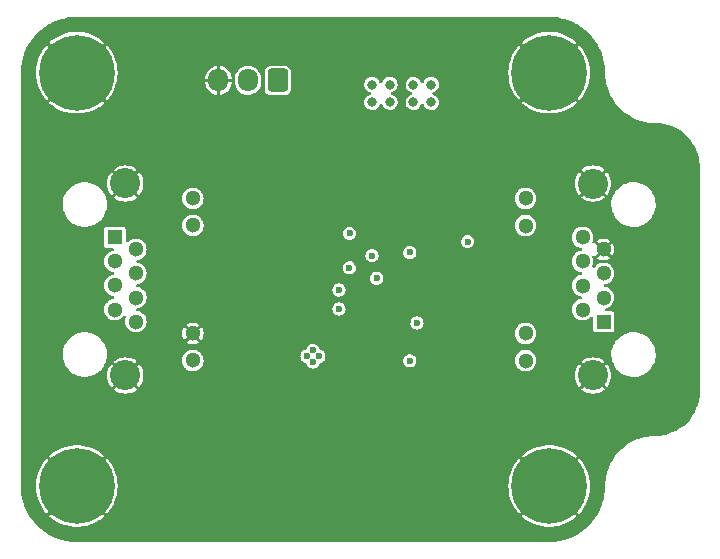
<source format=gbr>
%TF.GenerationSoftware,KiCad,Pcbnew,(6.0.0)*%
%TF.CreationDate,2022-01-23T22:47:39+07:00*%
%TF.ProjectId,NarWhelEncoderV2,4e617257-6865-46c4-956e-636f64657256,rev?*%
%TF.SameCoordinates,Original*%
%TF.FileFunction,Copper,L2,Inr*%
%TF.FilePolarity,Positive*%
%FSLAX46Y46*%
G04 Gerber Fmt 4.6, Leading zero omitted, Abs format (unit mm)*
G04 Created by KiCad (PCBNEW (6.0.0)) date 2022-01-23 22:47:39*
%MOMM*%
%LPD*%
G01*
G04 APERTURE LIST*
G04 Aperture macros list*
%AMRoundRect*
0 Rectangle with rounded corners*
0 $1 Rounding radius*
0 $2 $3 $4 $5 $6 $7 $8 $9 X,Y pos of 4 corners*
0 Add a 4 corners polygon primitive as box body*
4,1,4,$2,$3,$4,$5,$6,$7,$8,$9,$2,$3,0*
0 Add four circle primitives for the rounded corners*
1,1,$1+$1,$2,$3*
1,1,$1+$1,$4,$5*
1,1,$1+$1,$6,$7*
1,1,$1+$1,$8,$9*
0 Add four rect primitives between the rounded corners*
20,1,$1+$1,$2,$3,$4,$5,0*
20,1,$1+$1,$4,$5,$6,$7,0*
20,1,$1+$1,$6,$7,$8,$9,0*
20,1,$1+$1,$8,$9,$2,$3,0*%
G04 Aperture macros list end*
%TA.AperFunction,ComponentPad*%
%ADD10C,0.800000*%
%TD*%
%TA.AperFunction,ComponentPad*%
%ADD11C,6.400000*%
%TD*%
%TA.AperFunction,ComponentPad*%
%ADD12R,1.300000X1.300000*%
%TD*%
%TA.AperFunction,ComponentPad*%
%ADD13C,1.300000*%
%TD*%
%TA.AperFunction,ComponentPad*%
%ADD14C,2.550000*%
%TD*%
%TA.AperFunction,ComponentPad*%
%ADD15RoundRect,0.250000X0.600000X0.725000X-0.600000X0.725000X-0.600000X-0.725000X0.600000X-0.725000X0*%
%TD*%
%TA.AperFunction,ComponentPad*%
%ADD16O,1.700000X1.950000*%
%TD*%
%TA.AperFunction,ViaPad*%
%ADD17C,0.600000*%
%TD*%
%TA.AperFunction,ViaPad*%
%ADD18C,0.800000*%
%TD*%
G04 APERTURE END LIST*
D10*
%TO.N,GND*%
%TO.C,H2*%
X138302944Y-136697056D03*
X141697056Y-136697056D03*
X137600000Y-135000000D03*
X140000000Y-137400000D03*
X138302944Y-133302944D03*
D11*
X140000000Y-135000000D03*
D10*
X142400000Y-135000000D03*
X141697056Y-133302944D03*
X140000000Y-132600000D03*
%TD*%
%TO.N,GND*%
%TO.C,H1*%
X178302944Y-136697056D03*
D11*
X180000000Y-135000000D03*
D10*
X181697056Y-136697056D03*
X177600000Y-135000000D03*
X180000000Y-137400000D03*
X181697056Y-133302944D03*
X182400000Y-135000000D03*
X180000000Y-132600000D03*
X178302944Y-133302944D03*
%TD*%
D11*
%TO.N,GND*%
%TO.C,H3*%
X140000000Y-100000000D03*
D10*
X142400000Y-100000000D03*
X141697056Y-101697056D03*
X140000000Y-97600000D03*
X140000000Y-102400000D03*
X137600000Y-100000000D03*
X138302944Y-101697056D03*
X138302944Y-98302944D03*
X141697056Y-98302944D03*
%TD*%
%TO.N,GND*%
%TO.C,H4*%
X178302944Y-101697056D03*
X180000000Y-97600000D03*
X181697056Y-101697056D03*
X177600000Y-100000000D03*
X181697056Y-98302944D03*
X182400000Y-100000000D03*
X180000000Y-102400000D03*
X178302944Y-98302944D03*
D11*
X180000000Y-100000000D03*
%TD*%
D12*
%TO.N,/MISO_D-*%
%TO.C,J3*%
X184600000Y-121080000D03*
D13*
%TO.N,/MISO_D+*%
X182820000Y-120060000D03*
%TO.N,/MOSI_D-*%
X184600000Y-119040000D03*
%TO.N,/CLK_D+*%
X182820000Y-118020000D03*
%TO.N,/CLK_D-*%
X184600000Y-117000000D03*
%TO.N,/MOSI_D+*%
X182820000Y-115980000D03*
%TO.N,GND*%
X184600000Y-114960000D03*
%TO.N,Net-(J3-Pad11)*%
X182820000Y-113940000D03*
%TO.N,unconnected-(J3-Pad9)*%
X178000000Y-124370000D03*
%TO.N,unconnected-(J3-Pad10)*%
X178000000Y-122080000D03*
%TO.N,Net-(J3-Pad11)*%
X178000000Y-112940000D03*
%TO.N,Net-(J3-Pad12)*%
X178000000Y-110650000D03*
D14*
%TO.N,GND*%
X183710000Y-125635000D03*
X183710000Y-109385000D03*
%TD*%
D12*
%TO.N,/MISO_D-*%
%TO.C,J2*%
X143225000Y-113935000D03*
D13*
%TO.N,/MISO_D+*%
X145005000Y-114955000D03*
%TO.N,/MOSI_D-*%
X143225000Y-115975000D03*
%TO.N,/CLK_D+*%
X145005000Y-116995000D03*
%TO.N,/CLK_D-*%
X143225000Y-118015000D03*
%TO.N,/MOSI_D+*%
X145005000Y-119035000D03*
%TO.N,/Connect_Pin*%
X143225000Y-120055000D03*
X145005000Y-121075000D03*
%TO.N,unconnected-(J2-Pad9)*%
X149825000Y-110645000D03*
%TO.N,unconnected-(J2-Pad10)*%
X149825000Y-112935000D03*
%TO.N,GND*%
X149825000Y-122075000D03*
%TO.N,Net-(J2-Pad12)*%
X149825000Y-124365000D03*
D14*
%TO.N,GND*%
X144115000Y-109380000D03*
X144115000Y-125630000D03*
%TD*%
D15*
%TO.N,/Vin*%
%TO.C,J1*%
X157000000Y-100650000D03*
D16*
%TO.N,/CS*%
X154500000Y-100650000D03*
%TO.N,GND*%
X152000000Y-100650000D03*
%TD*%
D17*
%TO.N,GND*%
X152400000Y-116400000D03*
X147400000Y-117300000D03*
X152200000Y-112400000D03*
%TO.N,+3V3*%
X162200000Y-120000000D03*
%TO.N,GND*%
X159100000Y-117200000D03*
D18*
X172300000Y-102450000D03*
X172700000Y-109050000D03*
D17*
X168100000Y-118200000D03*
X175000000Y-115000000D03*
D18*
X173850000Y-107950000D03*
X164000000Y-107500000D03*
D17*
X140900000Y-128900000D03*
D18*
X162900000Y-107500000D03*
D17*
X180200000Y-119900000D03*
X160300000Y-120400000D03*
X171900000Y-126800000D03*
X176000000Y-116000000D03*
X163900000Y-118437500D03*
X163900000Y-123900000D03*
D18*
X165000000Y-107500000D03*
D17*
X147900000Y-132500000D03*
D18*
X162900000Y-106300000D03*
D17*
X159100000Y-118500000D03*
X168100000Y-132500000D03*
D18*
X162900000Y-105100000D03*
D17*
X156000000Y-132500000D03*
X175900000Y-128900000D03*
X171900000Y-123100000D03*
%TO.N,+3V3*%
X160000000Y-123500000D03*
X160000000Y-124500000D03*
X160500000Y-124000000D03*
X162200000Y-118400000D03*
X159500000Y-124000000D03*
X173100000Y-114300000D03*
D18*
%TO.N,Net-(FB1-Pad1)*%
X170000000Y-101000000D03*
X165000000Y-101000000D03*
X165000000Y-102500000D03*
X168500000Y-101000000D03*
X168500000Y-102500000D03*
X166500000Y-102500000D03*
X170000000Y-102500000D03*
X166500000Y-101000000D03*
D17*
%TO.N,/CS*%
X163100000Y-113600000D03*
X165000000Y-115500000D03*
%TO.N,/CLK*%
X163075000Y-116525000D03*
%TO.N,/MISO*%
X165400000Y-117400000D03*
%TO.N,/MOSI*%
X168200000Y-115200000D03*
%TO.N,/B*%
X168800000Y-121200000D03*
%TO.N,/A*%
X168200000Y-124400000D03*
%TD*%
%TA.AperFunction,Conductor*%
%TO.N,GND*%
G36*
X179987153Y-95256421D02*
G01*
X180000000Y-95258976D01*
X180012169Y-95256556D01*
X180022654Y-95256556D01*
X180035693Y-95255559D01*
X180358276Y-95269643D01*
X180408146Y-95271820D01*
X180419094Y-95272778D01*
X180818691Y-95325385D01*
X180829495Y-95327291D01*
X181222990Y-95414527D01*
X181233600Y-95417370D01*
X181617985Y-95538566D01*
X181628299Y-95542319D01*
X182000679Y-95696564D01*
X182010623Y-95701202D01*
X182297060Y-95850311D01*
X182368117Y-95887301D01*
X182377637Y-95892797D01*
X182717557Y-96109350D01*
X182726561Y-96115655D01*
X183046304Y-96361003D01*
X183054724Y-96368068D01*
X183248548Y-96545674D01*
X183351873Y-96640354D01*
X183359642Y-96648123D01*
X183379180Y-96669445D01*
X183631932Y-96945276D01*
X183638997Y-96953696D01*
X183884345Y-97273439D01*
X183890650Y-97282443D01*
X184107203Y-97622363D01*
X184112698Y-97631882D01*
X184255419Y-97906045D01*
X184298794Y-97989368D01*
X184303436Y-97999321D01*
X184457678Y-98371694D01*
X184461437Y-98382023D01*
X184582630Y-98766399D01*
X184585473Y-98777010D01*
X184672709Y-99170505D01*
X184674615Y-99181309D01*
X184714374Y-99483311D01*
X184727222Y-99580905D01*
X184728180Y-99591854D01*
X184729484Y-99621719D01*
X184744441Y-99964307D01*
X184743444Y-99977345D01*
X184743444Y-99987831D01*
X184741024Y-100000000D01*
X184741587Y-100002830D01*
X184746432Y-100107619D01*
X184759280Y-100385524D01*
X184759622Y-100392929D01*
X184760022Y-100395796D01*
X184806755Y-100730808D01*
X184813966Y-100782505D01*
X184828329Y-100843571D01*
X184900530Y-101150553D01*
X184904023Y-101165406D01*
X185029026Y-101538364D01*
X185050967Y-101588055D01*
X185182313Y-101885524D01*
X185187908Y-101898196D01*
X185189315Y-101900723D01*
X185189320Y-101900732D01*
X185377898Y-102239295D01*
X185379313Y-102241835D01*
X185601609Y-102566346D01*
X185681965Y-102663115D01*
X185815394Y-102823798D01*
X185852898Y-102868963D01*
X186131037Y-103147102D01*
X186133270Y-103148956D01*
X186133273Y-103148959D01*
X186141242Y-103155576D01*
X186433654Y-103398391D01*
X186758165Y-103620687D01*
X186760701Y-103622100D01*
X186760705Y-103622102D01*
X187099268Y-103810680D01*
X187099277Y-103810685D01*
X187101804Y-103812092D01*
X187104455Y-103813263D01*
X187104464Y-103813267D01*
X187310007Y-103904023D01*
X187461636Y-103970974D01*
X187834594Y-104095977D01*
X187837427Y-104096643D01*
X187837433Y-104096645D01*
X188007827Y-104136721D01*
X188217495Y-104186034D01*
X188220380Y-104186436D01*
X188220383Y-104186437D01*
X188478431Y-104222433D01*
X188607071Y-104240378D01*
X188609955Y-104240511D01*
X188609962Y-104240512D01*
X188769321Y-104247879D01*
X188997170Y-104258413D01*
X189000000Y-104258976D01*
X189012170Y-104256556D01*
X189024582Y-104256556D01*
X189024582Y-104256560D01*
X189035584Y-104255749D01*
X189246485Y-104266109D01*
X189360994Y-104271735D01*
X189373290Y-104272945D01*
X189724684Y-104325070D01*
X189736805Y-104327480D01*
X189839577Y-104353223D01*
X190081400Y-104413798D01*
X190093232Y-104417387D01*
X190427704Y-104537062D01*
X190439128Y-104541794D01*
X190760258Y-104693677D01*
X190771163Y-104699506D01*
X191075860Y-104882135D01*
X191086141Y-104889005D01*
X191371465Y-105100616D01*
X191381023Y-105108460D01*
X191644235Y-105347021D01*
X191652979Y-105355765D01*
X191891540Y-105618977D01*
X191899384Y-105628535D01*
X192110995Y-105913859D01*
X192117865Y-105924140D01*
X192300494Y-106228837D01*
X192306323Y-106239742D01*
X192458206Y-106560872D01*
X192462938Y-106572296D01*
X192582613Y-106906768D01*
X192586202Y-106918600D01*
X192661073Y-107217495D01*
X192672519Y-107263191D01*
X192674930Y-107275316D01*
X192724142Y-107607071D01*
X192727054Y-107626705D01*
X192728266Y-107639011D01*
X192744251Y-107964416D01*
X192743440Y-107975419D01*
X192743444Y-107975419D01*
X192743444Y-107987830D01*
X192741024Y-108000000D01*
X192743579Y-108012844D01*
X192746000Y-108037425D01*
X192746000Y-126962575D01*
X192743579Y-126987153D01*
X192741024Y-127000000D01*
X192743444Y-127012170D01*
X192743444Y-127024581D01*
X192743440Y-127024581D01*
X192744251Y-127035584D01*
X192728266Y-127360989D01*
X192727055Y-127373290D01*
X192674931Y-127724681D01*
X192672520Y-127736805D01*
X192646777Y-127839577D01*
X192586202Y-128081400D01*
X192582613Y-128093232D01*
X192462938Y-128427704D01*
X192458206Y-128439128D01*
X192306323Y-128760258D01*
X192300494Y-128771163D01*
X192117865Y-129075860D01*
X192110995Y-129086141D01*
X191899384Y-129371465D01*
X191891540Y-129381023D01*
X191652979Y-129644235D01*
X191644235Y-129652979D01*
X191381023Y-129891540D01*
X191371465Y-129899384D01*
X191086141Y-130110995D01*
X191075860Y-130117865D01*
X190771163Y-130300494D01*
X190760258Y-130306323D01*
X190439128Y-130458206D01*
X190427704Y-130462938D01*
X190093232Y-130582613D01*
X190081400Y-130586202D01*
X189839577Y-130646777D01*
X189736805Y-130672520D01*
X189724684Y-130674930D01*
X189373290Y-130727055D01*
X189360994Y-130728265D01*
X189246485Y-130733891D01*
X189035584Y-130744251D01*
X189024582Y-130743440D01*
X189024582Y-130743444D01*
X189012170Y-130743444D01*
X189000000Y-130741024D01*
X188997170Y-130741587D01*
X188861268Y-130747870D01*
X188609962Y-130759488D01*
X188609955Y-130759489D01*
X188607071Y-130759622D01*
X188604203Y-130760022D01*
X188604204Y-130760022D01*
X188220383Y-130813563D01*
X188220380Y-130813564D01*
X188217495Y-130813966D01*
X188007827Y-130863279D01*
X187837433Y-130903355D01*
X187837427Y-130903357D01*
X187834594Y-130904023D01*
X187461636Y-131029026D01*
X187458966Y-131030205D01*
X187104464Y-131186733D01*
X187104455Y-131186737D01*
X187101804Y-131187908D01*
X187099277Y-131189315D01*
X187099268Y-131189320D01*
X186760705Y-131377898D01*
X186758165Y-131379313D01*
X186433654Y-131601609D01*
X186131037Y-131852898D01*
X185852898Y-132131037D01*
X185601609Y-132433654D01*
X185379313Y-132758165D01*
X185377900Y-132760701D01*
X185377898Y-132760705D01*
X185189320Y-133099268D01*
X185189315Y-133099277D01*
X185187908Y-133101804D01*
X185029026Y-133461636D01*
X184904023Y-133834594D01*
X184903357Y-133837427D01*
X184903355Y-133837433D01*
X184890162Y-133893526D01*
X184813966Y-134217495D01*
X184813564Y-134220380D01*
X184813563Y-134220383D01*
X184777567Y-134478431D01*
X184759622Y-134607071D01*
X184759489Y-134609955D01*
X184759488Y-134609962D01*
X184742384Y-134979938D01*
X184741587Y-134997169D01*
X184741024Y-135000000D01*
X184743444Y-135012168D01*
X184743444Y-135022654D01*
X184744441Y-135035693D01*
X184728180Y-135408145D01*
X184727222Y-135419094D01*
X184681947Y-135763000D01*
X184674616Y-135818683D01*
X184672709Y-135829495D01*
X184613843Y-136095023D01*
X184585475Y-136222984D01*
X184582630Y-136233600D01*
X184506261Y-136475814D01*
X184461437Y-136617977D01*
X184457681Y-136628299D01*
X184424904Y-136707430D01*
X184303440Y-137000670D01*
X184298798Y-137010623D01*
X184112699Y-137368117D01*
X184107203Y-137377637D01*
X183890650Y-137717557D01*
X183884345Y-137726561D01*
X183638997Y-138046304D01*
X183631932Y-138054724D01*
X183359646Y-138351873D01*
X183351873Y-138359646D01*
X183054724Y-138631932D01*
X183046304Y-138638997D01*
X182726561Y-138884345D01*
X182717557Y-138890650D01*
X182377637Y-139107203D01*
X182368118Y-139112698D01*
X182010623Y-139298798D01*
X182000679Y-139303436D01*
X181628299Y-139457681D01*
X181617985Y-139461434D01*
X181233601Y-139582630D01*
X181222990Y-139585473D01*
X180829495Y-139672709D01*
X180818691Y-139674615D01*
X180419095Y-139727222D01*
X180408146Y-139728180D01*
X180358276Y-139730357D01*
X180035693Y-139744441D01*
X180022654Y-139743444D01*
X180012169Y-139743444D01*
X180000000Y-139741024D01*
X179987153Y-139743579D01*
X179962575Y-139746000D01*
X140037425Y-139746000D01*
X140012847Y-139743579D01*
X140000000Y-139741024D01*
X139987831Y-139743444D01*
X139977346Y-139743444D01*
X139964307Y-139744441D01*
X139641724Y-139730357D01*
X139591854Y-139728180D01*
X139580905Y-139727222D01*
X139181309Y-139674615D01*
X139170505Y-139672709D01*
X138777010Y-139585473D01*
X138766399Y-139582630D01*
X138382015Y-139461434D01*
X138371701Y-139457681D01*
X137999321Y-139303436D01*
X137989377Y-139298798D01*
X137631882Y-139112698D01*
X137622363Y-139107203D01*
X137282443Y-138890650D01*
X137273439Y-138884345D01*
X136953696Y-138638997D01*
X136945276Y-138631932D01*
X136648127Y-138359646D01*
X136640354Y-138351873D01*
X136368068Y-138054724D01*
X136361003Y-138046304D01*
X136115655Y-137726561D01*
X136109350Y-137717557D01*
X135991061Y-137531880D01*
X137654055Y-137531880D01*
X137654131Y-137532953D01*
X137659174Y-137540607D01*
X137746462Y-137624022D01*
X137751622Y-137628446D01*
X138043037Y-137852055D01*
X138048651Y-137855899D01*
X138362497Y-138046721D01*
X138368499Y-138049939D01*
X138701126Y-138205753D01*
X138707430Y-138208300D01*
X139054939Y-138327278D01*
X139061490Y-138329132D01*
X139419805Y-138409881D01*
X139426524Y-138411018D01*
X139791472Y-138452599D01*
X139798262Y-138453002D01*
X140165562Y-138454925D01*
X140172363Y-138454593D01*
X140537726Y-138416837D01*
X140544454Y-138415771D01*
X140903610Y-138338775D01*
X140910158Y-138336996D01*
X141258899Y-138221660D01*
X141265241Y-138219174D01*
X141599463Y-138066861D01*
X141605517Y-138063696D01*
X141921322Y-137876185D01*
X141927003Y-137872382D01*
X142220726Y-137651848D01*
X142225933Y-137647479D01*
X142337689Y-137542900D01*
X142344190Y-137531880D01*
X177654055Y-137531880D01*
X177654131Y-137532953D01*
X177659174Y-137540607D01*
X177746462Y-137624022D01*
X177751622Y-137628446D01*
X178043037Y-137852055D01*
X178048651Y-137855899D01*
X178362497Y-138046721D01*
X178368499Y-138049939D01*
X178701126Y-138205753D01*
X178707430Y-138208300D01*
X179054939Y-138327278D01*
X179061490Y-138329132D01*
X179419805Y-138409881D01*
X179426524Y-138411018D01*
X179791472Y-138452599D01*
X179798262Y-138453002D01*
X180165562Y-138454925D01*
X180172363Y-138454593D01*
X180537726Y-138416837D01*
X180544454Y-138415771D01*
X180903610Y-138338775D01*
X180910158Y-138336996D01*
X181258899Y-138221660D01*
X181265241Y-138219174D01*
X181599463Y-138066861D01*
X181605517Y-138063696D01*
X181921322Y-137876185D01*
X181927003Y-137872382D01*
X182220726Y-137651848D01*
X182225933Y-137647479D01*
X182337689Y-137542900D01*
X182345760Y-137529219D01*
X182345732Y-137528497D01*
X182340588Y-137520193D01*
X180012812Y-135192417D01*
X179998868Y-135184803D01*
X179997035Y-135184934D01*
X179990420Y-135189185D01*
X177661669Y-137517936D01*
X177654055Y-137531880D01*
X142344190Y-137531880D01*
X142345760Y-137529219D01*
X142345732Y-137528497D01*
X142340588Y-137520193D01*
X140012812Y-135192417D01*
X139998868Y-135184803D01*
X139997035Y-135184934D01*
X139990420Y-135189185D01*
X137661669Y-137517936D01*
X137654055Y-137531880D01*
X135991061Y-137531880D01*
X135892797Y-137377637D01*
X135887301Y-137368117D01*
X135701202Y-137010623D01*
X135696560Y-137000670D01*
X135575097Y-136707430D01*
X135542319Y-136628299D01*
X135538563Y-136617977D01*
X135493740Y-136475814D01*
X135417370Y-136233600D01*
X135414525Y-136222984D01*
X135386157Y-136095023D01*
X135327291Y-135829495D01*
X135325384Y-135818683D01*
X135318054Y-135763000D01*
X135272778Y-135419094D01*
X135271820Y-135408145D01*
X135255559Y-135035693D01*
X135256556Y-135022654D01*
X135256556Y-135012169D01*
X135258976Y-135000000D01*
X135257250Y-134991322D01*
X136541120Y-134991322D01*
X136559704Y-135358177D01*
X136560414Y-135364933D01*
X136618508Y-135727622D01*
X136619947Y-135734277D01*
X136716869Y-136088562D01*
X136719018Y-136095023D01*
X136853638Y-136436778D01*
X136856469Y-136442961D01*
X137027211Y-136768178D01*
X137030694Y-136774020D01*
X137235558Y-137078890D01*
X137239660Y-137084334D01*
X137454913Y-137339954D01*
X137467652Y-137348397D01*
X137478096Y-137342299D01*
X139807583Y-135012812D01*
X139813961Y-135001132D01*
X140184803Y-135001132D01*
X140184934Y-135002965D01*
X140189185Y-135009580D01*
X142519487Y-137339882D01*
X142533084Y-137347307D01*
X142542693Y-137340610D01*
X142738369Y-137113117D01*
X142742518Y-137107729D01*
X142950565Y-136805019D01*
X142954112Y-136799208D01*
X143128241Y-136475814D01*
X143131148Y-136469636D01*
X143269338Y-136129316D01*
X143271552Y-136122886D01*
X143372179Y-135769630D01*
X143373686Y-135763000D01*
X143435577Y-135400923D01*
X143436357Y-135394183D01*
X143458879Y-135025945D01*
X143458995Y-135022346D01*
X143459067Y-135001821D01*
X143458975Y-134998193D01*
X143458603Y-134991322D01*
X176541120Y-134991322D01*
X176559704Y-135358177D01*
X176560414Y-135364933D01*
X176618508Y-135727622D01*
X176619947Y-135734277D01*
X176716869Y-136088562D01*
X176719018Y-136095023D01*
X176853638Y-136436778D01*
X176856469Y-136442961D01*
X177027211Y-136768178D01*
X177030694Y-136774020D01*
X177235558Y-137078890D01*
X177239660Y-137084334D01*
X177454913Y-137339954D01*
X177467652Y-137348397D01*
X177478096Y-137342299D01*
X179807583Y-135012812D01*
X179813961Y-135001132D01*
X180184803Y-135001132D01*
X180184934Y-135002965D01*
X180189185Y-135009580D01*
X182519487Y-137339882D01*
X182533084Y-137347307D01*
X182542693Y-137340610D01*
X182738369Y-137113117D01*
X182742518Y-137107729D01*
X182950565Y-136805019D01*
X182954112Y-136799208D01*
X183128241Y-136475814D01*
X183131148Y-136469636D01*
X183269338Y-136129316D01*
X183271552Y-136122886D01*
X183372179Y-135769630D01*
X183373686Y-135763000D01*
X183435577Y-135400923D01*
X183436357Y-135394183D01*
X183458879Y-135025945D01*
X183458995Y-135022346D01*
X183459067Y-135001821D01*
X183458975Y-134998193D01*
X183439025Y-134629824D01*
X183438290Y-134623058D01*
X183378933Y-134260588D01*
X183377466Y-134253916D01*
X183279313Y-133899990D01*
X183277139Y-133893526D01*
X183141328Y-133552249D01*
X183138472Y-133546069D01*
X182966599Y-133221458D01*
X182963099Y-133215632D01*
X182757162Y-132911465D01*
X182753048Y-132906045D01*
X182544733Y-132660407D01*
X182531907Y-132651970D01*
X182521582Y-132658023D01*
X180192417Y-134987188D01*
X180184803Y-135001132D01*
X179813961Y-135001132D01*
X179815197Y-134998868D01*
X179815066Y-134997035D01*
X179810815Y-134990420D01*
X177480170Y-132659775D01*
X177466633Y-132652383D01*
X177456932Y-132659171D01*
X177254286Y-132896439D01*
X177250132Y-132901872D01*
X177043153Y-133205293D01*
X177039632Y-133211106D01*
X176866619Y-133535130D01*
X176863744Y-133541295D01*
X176726742Y-133882097D01*
X176724548Y-133888542D01*
X176625157Y-134242138D01*
X176623670Y-134248794D01*
X176563047Y-134611056D01*
X176562288Y-134617828D01*
X176541144Y-134984527D01*
X176541120Y-134991322D01*
X143458603Y-134991322D01*
X143439025Y-134629824D01*
X143438290Y-134623058D01*
X143378933Y-134260588D01*
X143377466Y-134253916D01*
X143279313Y-133899990D01*
X143277139Y-133893526D01*
X143141328Y-133552249D01*
X143138472Y-133546069D01*
X142966599Y-133221458D01*
X142963099Y-133215632D01*
X142757162Y-132911465D01*
X142753048Y-132906045D01*
X142544733Y-132660407D01*
X142531907Y-132651970D01*
X142521582Y-132658023D01*
X140192417Y-134987188D01*
X140184803Y-135001132D01*
X139813961Y-135001132D01*
X139815197Y-134998868D01*
X139815066Y-134997035D01*
X139810815Y-134990420D01*
X137480170Y-132659775D01*
X137466633Y-132652383D01*
X137456932Y-132659171D01*
X137254286Y-132896439D01*
X137250132Y-132901872D01*
X137043153Y-133205293D01*
X137039632Y-133211106D01*
X136866619Y-133535130D01*
X136863744Y-133541295D01*
X136726742Y-133882097D01*
X136724548Y-133888542D01*
X136625157Y-134242138D01*
X136623670Y-134248794D01*
X136563047Y-134611056D01*
X136562288Y-134617828D01*
X136541144Y-134984527D01*
X136541120Y-134991322D01*
X135257250Y-134991322D01*
X135256421Y-134987153D01*
X135254000Y-134962575D01*
X135254000Y-132470718D01*
X137654200Y-132470718D01*
X137654235Y-132471558D01*
X137659287Y-132479682D01*
X139987188Y-134807583D01*
X140001132Y-134815197D01*
X140002965Y-134815066D01*
X140009580Y-134810815D01*
X142338226Y-132482169D01*
X142344479Y-132470718D01*
X177654200Y-132470718D01*
X177654235Y-132471558D01*
X177659287Y-132479682D01*
X179987188Y-134807583D01*
X180001132Y-134815197D01*
X180002965Y-134815066D01*
X180009580Y-134810815D01*
X182338226Y-132482169D01*
X182345840Y-132468225D01*
X182345772Y-132467268D01*
X182340608Y-132459459D01*
X182244369Y-132368132D01*
X182239179Y-132363714D01*
X181946997Y-132141133D01*
X181941371Y-132137309D01*
X181626858Y-131947582D01*
X181620841Y-131944383D01*
X181287684Y-131789737D01*
X181281348Y-131787203D01*
X180933448Y-131669445D01*
X180926880Y-131667611D01*
X180568294Y-131588115D01*
X180561559Y-131587000D01*
X180196473Y-131546694D01*
X180189691Y-131546315D01*
X179822363Y-131545674D01*
X179815590Y-131546029D01*
X179450343Y-131585062D01*
X179443634Y-131586149D01*
X179084758Y-131664397D01*
X179078183Y-131666208D01*
X178729858Y-131782755D01*
X178723536Y-131785258D01*
X178389843Y-131938741D01*
X178383799Y-131941927D01*
X178068639Y-132130547D01*
X178062993Y-132134355D01*
X177770038Y-132355915D01*
X177764827Y-132360318D01*
X177662222Y-132457009D01*
X177654200Y-132470718D01*
X142344479Y-132470718D01*
X142345840Y-132468225D01*
X142345772Y-132467268D01*
X142340608Y-132459459D01*
X142244369Y-132368132D01*
X142239179Y-132363714D01*
X141946997Y-132141133D01*
X141941371Y-132137309D01*
X141626858Y-131947582D01*
X141620841Y-131944383D01*
X141287684Y-131789737D01*
X141281348Y-131787203D01*
X140933448Y-131669445D01*
X140926880Y-131667611D01*
X140568294Y-131588115D01*
X140561559Y-131587000D01*
X140196473Y-131546694D01*
X140189691Y-131546315D01*
X139822363Y-131545674D01*
X139815590Y-131546029D01*
X139450343Y-131585062D01*
X139443634Y-131586149D01*
X139084758Y-131664397D01*
X139078183Y-131666208D01*
X138729858Y-131782755D01*
X138723536Y-131785258D01*
X138389843Y-131938741D01*
X138383799Y-131941927D01*
X138068639Y-132130547D01*
X138062993Y-132134355D01*
X137770038Y-132355915D01*
X137764827Y-132360318D01*
X137662222Y-132457009D01*
X137654200Y-132470718D01*
X135254000Y-132470718D01*
X135254000Y-126797969D01*
X143132781Y-126797969D01*
X143139568Y-126807670D01*
X143209738Y-126867602D01*
X143217711Y-126873394D01*
X143414482Y-126993976D01*
X143423276Y-126998457D01*
X143636479Y-127086768D01*
X143645864Y-127089817D01*
X143870259Y-127143690D01*
X143880006Y-127145233D01*
X144110070Y-127163340D01*
X144119930Y-127163340D01*
X144349994Y-127145233D01*
X144359741Y-127143690D01*
X144584136Y-127089817D01*
X144593521Y-127086768D01*
X144806724Y-126998457D01*
X144815518Y-126993976D01*
X145012289Y-126873394D01*
X145020262Y-126867602D01*
X145088865Y-126809008D01*
X145092807Y-126802969D01*
X182727781Y-126802969D01*
X182734568Y-126812670D01*
X182804738Y-126872602D01*
X182812711Y-126878394D01*
X183009482Y-126998976D01*
X183018276Y-127003457D01*
X183231479Y-127091768D01*
X183240864Y-127094817D01*
X183465259Y-127148690D01*
X183475006Y-127150233D01*
X183705070Y-127168340D01*
X183714930Y-127168340D01*
X183944994Y-127150233D01*
X183954741Y-127148690D01*
X184179136Y-127094817D01*
X184188521Y-127091768D01*
X184401724Y-127003457D01*
X184410518Y-126998976D01*
X184607289Y-126878394D01*
X184615262Y-126872602D01*
X184683865Y-126814008D01*
X184692293Y-126801098D01*
X184686285Y-126790890D01*
X183722812Y-125827417D01*
X183708868Y-125819803D01*
X183707035Y-125819934D01*
X183700420Y-125824185D01*
X182735173Y-126789432D01*
X182727781Y-126802969D01*
X145092807Y-126802969D01*
X145097293Y-126796098D01*
X145091285Y-126785890D01*
X144127812Y-125822417D01*
X144113868Y-125814803D01*
X144112035Y-125814934D01*
X144105420Y-125819185D01*
X143140173Y-126784432D01*
X143132781Y-126797969D01*
X135254000Y-126797969D01*
X135254000Y-123897755D01*
X138800958Y-123897755D01*
X138826864Y-124169280D01*
X138827949Y-124173714D01*
X138827950Y-124173720D01*
X138890610Y-124429788D01*
X138891695Y-124434222D01*
X138893407Y-124438448D01*
X138893408Y-124438452D01*
X138991100Y-124679642D01*
X138994092Y-124687030D01*
X138996396Y-124690965D01*
X138996399Y-124690971D01*
X139119086Y-124900503D01*
X139131912Y-124922408D01*
X139302266Y-125135425D01*
X139501587Y-125321620D01*
X139512541Y-125329219D01*
X139721945Y-125474489D01*
X139721950Y-125474492D01*
X139725698Y-125477092D01*
X139729783Y-125479124D01*
X139729786Y-125479126D01*
X139965814Y-125596548D01*
X139969905Y-125598583D01*
X139974244Y-125600005D01*
X139974248Y-125600007D01*
X140224750Y-125682125D01*
X140224755Y-125682126D01*
X140229092Y-125683548D01*
X140257889Y-125688548D01*
X140494048Y-125729553D01*
X140494056Y-125729554D01*
X140497829Y-125730209D01*
X140501666Y-125730400D01*
X140582451Y-125734422D01*
X140582459Y-125734422D01*
X140584022Y-125734500D01*
X140754282Y-125734500D01*
X140756550Y-125734335D01*
X140756562Y-125734335D01*
X140901694Y-125723804D01*
X140957043Y-125719788D01*
X140961498Y-125718804D01*
X140961501Y-125718804D01*
X141218927Y-125661970D01*
X141218931Y-125661969D01*
X141223387Y-125660985D01*
X141292158Y-125634930D01*
X142581660Y-125634930D01*
X142599767Y-125864994D01*
X142601310Y-125874741D01*
X142655183Y-126099136D01*
X142658232Y-126108521D01*
X142746543Y-126321724D01*
X142751024Y-126330518D01*
X142871606Y-126527289D01*
X142877398Y-126535262D01*
X142935992Y-126603865D01*
X142948902Y-126612293D01*
X142959110Y-126606285D01*
X143922583Y-125642812D01*
X143928961Y-125631132D01*
X144299803Y-125631132D01*
X144299934Y-125632965D01*
X144304185Y-125639580D01*
X145269432Y-126604827D01*
X145282969Y-126612219D01*
X145292670Y-126605432D01*
X145352602Y-126535262D01*
X145358394Y-126527289D01*
X145478976Y-126330518D01*
X145483457Y-126321724D01*
X145571768Y-126108521D01*
X145574817Y-126099136D01*
X145628690Y-125874741D01*
X145630233Y-125864994D01*
X145647946Y-125639930D01*
X182176660Y-125639930D01*
X182194767Y-125869994D01*
X182196310Y-125879741D01*
X182250183Y-126104136D01*
X182253232Y-126113521D01*
X182341543Y-126326724D01*
X182346024Y-126335518D01*
X182466606Y-126532289D01*
X182472398Y-126540262D01*
X182530992Y-126608865D01*
X182543902Y-126617293D01*
X182554110Y-126611285D01*
X183517583Y-125647812D01*
X183523961Y-125636132D01*
X183894803Y-125636132D01*
X183894934Y-125637965D01*
X183899185Y-125644580D01*
X184864432Y-126609827D01*
X184877969Y-126617219D01*
X184887670Y-126610432D01*
X184947602Y-126540262D01*
X184953394Y-126532289D01*
X185073976Y-126335518D01*
X185078457Y-126326724D01*
X185166768Y-126113521D01*
X185169817Y-126104136D01*
X185223690Y-125879741D01*
X185225233Y-125869994D01*
X185243340Y-125639930D01*
X185243340Y-125630070D01*
X185225233Y-125400006D01*
X185223690Y-125390259D01*
X185169817Y-125165864D01*
X185166768Y-125156479D01*
X185078457Y-124943276D01*
X185073976Y-124934482D01*
X184953394Y-124737711D01*
X184947602Y-124729738D01*
X184889008Y-124661135D01*
X184876098Y-124652707D01*
X184865890Y-124658715D01*
X183902417Y-125622188D01*
X183894803Y-125636132D01*
X183523961Y-125636132D01*
X183525197Y-125633868D01*
X183525066Y-125632035D01*
X183520815Y-125625420D01*
X182555568Y-124660173D01*
X182542031Y-124652781D01*
X182532330Y-124659568D01*
X182472398Y-124729738D01*
X182466606Y-124737711D01*
X182346024Y-124934482D01*
X182341543Y-124943276D01*
X182253232Y-125156479D01*
X182250183Y-125165864D01*
X182196310Y-125390259D01*
X182194767Y-125400006D01*
X182176660Y-125630070D01*
X182176660Y-125639930D01*
X145647946Y-125639930D01*
X145648340Y-125634930D01*
X145648340Y-125625070D01*
X145630233Y-125395006D01*
X145628690Y-125385259D01*
X145574817Y-125160864D01*
X145571768Y-125151479D01*
X145483457Y-124938276D01*
X145478976Y-124929482D01*
X145358394Y-124732711D01*
X145352602Y-124724738D01*
X145294008Y-124656135D01*
X145281098Y-124647707D01*
X145270890Y-124653715D01*
X144307417Y-125617188D01*
X144299803Y-125631132D01*
X143928961Y-125631132D01*
X143930197Y-125628868D01*
X143930066Y-125627035D01*
X143925815Y-125620420D01*
X142960568Y-124655173D01*
X142947031Y-124647781D01*
X142937330Y-124654568D01*
X142877398Y-124724738D01*
X142871606Y-124732711D01*
X142751024Y-124929482D01*
X142746543Y-124938276D01*
X142658232Y-125151479D01*
X142655183Y-125160864D01*
X142601310Y-125385259D01*
X142599767Y-125395006D01*
X142581660Y-125625070D01*
X142581660Y-125634930D01*
X141292158Y-125634930D01*
X141380268Y-125601548D01*
X141474183Y-125565967D01*
X141474186Y-125565966D01*
X141478453Y-125564349D01*
X141716898Y-125431905D01*
X141924945Y-125273128D01*
X141930093Y-125269199D01*
X141930094Y-125269198D01*
X141933725Y-125266427D01*
X141963136Y-125236341D01*
X142121200Y-125074650D01*
X142121204Y-125074645D01*
X142124394Y-125071382D01*
X142147071Y-125040228D01*
X142282222Y-124854549D01*
X142282222Y-124854548D01*
X142284910Y-124850856D01*
X142411910Y-124609469D01*
X142432068Y-124552388D01*
X142463315Y-124463902D01*
X143132707Y-124463902D01*
X143138715Y-124474110D01*
X144102188Y-125437583D01*
X144116132Y-125445197D01*
X144117965Y-125445066D01*
X144124580Y-125440815D01*
X145089827Y-124475568D01*
X145097219Y-124462031D01*
X145090432Y-124452330D01*
X145020262Y-124392398D01*
X145012289Y-124386606D01*
X144977031Y-124365000D01*
X148915518Y-124365000D01*
X148916208Y-124371565D01*
X148934411Y-124544754D01*
X148935392Y-124554092D01*
X148994147Y-124734920D01*
X149089214Y-124899580D01*
X149093632Y-124904487D01*
X149093633Y-124904488D01*
X149168391Y-124987515D01*
X149216438Y-125040877D01*
X149269804Y-125079650D01*
X149357744Y-125143542D01*
X149370259Y-125152635D01*
X149376287Y-125155319D01*
X149376289Y-125155320D01*
X149537924Y-125227284D01*
X149543955Y-125229969D01*
X149636944Y-125249734D01*
X149723476Y-125268128D01*
X149723480Y-125268128D01*
X149729933Y-125269500D01*
X149920067Y-125269500D01*
X149926520Y-125268128D01*
X149926524Y-125268128D01*
X150013056Y-125249734D01*
X150106045Y-125229969D01*
X150112076Y-125227284D01*
X150273711Y-125155320D01*
X150273713Y-125155319D01*
X150279741Y-125152635D01*
X150292257Y-125143542D01*
X150380196Y-125079650D01*
X150433562Y-125040877D01*
X150481609Y-124987515D01*
X150556367Y-124904488D01*
X150556368Y-124904487D01*
X150560786Y-124899580D01*
X150655853Y-124734920D01*
X150714608Y-124554092D01*
X150715590Y-124544754D01*
X150733792Y-124371565D01*
X150734482Y-124365000D01*
X150724134Y-124266543D01*
X150715298Y-124182471D01*
X150715298Y-124182469D01*
X150714608Y-124175908D01*
X150657452Y-124000000D01*
X158940715Y-124000000D01*
X158941793Y-124008188D01*
X158956686Y-124121310D01*
X158959772Y-124144754D01*
X158962931Y-124152380D01*
X159008931Y-124263432D01*
X159015645Y-124279642D01*
X159020672Y-124286193D01*
X159090017Y-124376565D01*
X159104526Y-124395474D01*
X159111076Y-124400500D01*
X159111079Y-124400503D01*
X159213804Y-124479327D01*
X159220357Y-124484355D01*
X159355246Y-124540228D01*
X159363435Y-124541306D01*
X159368294Y-124542608D01*
X159428917Y-124579558D01*
X159457393Y-124631707D01*
X159458693Y-124636561D01*
X159459772Y-124644754D01*
X159462932Y-124652384D01*
X159462933Y-124652386D01*
X159492903Y-124724738D01*
X159515645Y-124779642D01*
X159604526Y-124895474D01*
X159611076Y-124900500D01*
X159611079Y-124900503D01*
X159687685Y-124959285D01*
X159720357Y-124984355D01*
X159855246Y-125040228D01*
X160000000Y-125059285D01*
X160008188Y-125058207D01*
X160136566Y-125041306D01*
X160144754Y-125040228D01*
X160279643Y-124984355D01*
X160312315Y-124959285D01*
X160388921Y-124900503D01*
X160388924Y-124900500D01*
X160395474Y-124895474D01*
X160484355Y-124779642D01*
X160507098Y-124724738D01*
X160537067Y-124652386D01*
X160537068Y-124652384D01*
X160540228Y-124644754D01*
X160541307Y-124636561D01*
X160542607Y-124631707D01*
X160579557Y-124571084D01*
X160631706Y-124542608D01*
X160636565Y-124541306D01*
X160644754Y-124540228D01*
X160779643Y-124484355D01*
X160786196Y-124479327D01*
X160888921Y-124400503D01*
X160888924Y-124400500D01*
X160889576Y-124400000D01*
X167640715Y-124400000D01*
X167641793Y-124408188D01*
X167650664Y-124475568D01*
X167659772Y-124544754D01*
X167668312Y-124565370D01*
X167707581Y-124660173D01*
X167715645Y-124679642D01*
X167720672Y-124686193D01*
X167792378Y-124779642D01*
X167804526Y-124795474D01*
X167811076Y-124800500D01*
X167811079Y-124800503D01*
X167888029Y-124859549D01*
X167920357Y-124884355D01*
X168055246Y-124940228D01*
X168200000Y-124959285D01*
X168208188Y-124958207D01*
X168336566Y-124941306D01*
X168344754Y-124940228D01*
X168479643Y-124884355D01*
X168511971Y-124859549D01*
X168588921Y-124800503D01*
X168588924Y-124800500D01*
X168595474Y-124795474D01*
X168607623Y-124779642D01*
X168679328Y-124686193D01*
X168684355Y-124679642D01*
X168692420Y-124660173D01*
X168731688Y-124565370D01*
X168740228Y-124544754D01*
X168749337Y-124475568D01*
X168758207Y-124408188D01*
X168759285Y-124400000D01*
X168755335Y-124370000D01*
X177090518Y-124370000D01*
X177091208Y-124376565D01*
X177109687Y-124552380D01*
X177110392Y-124559092D01*
X177169147Y-124739920D01*
X177172450Y-124745642D01*
X177172451Y-124745643D01*
X177192081Y-124779642D01*
X177264214Y-124904580D01*
X177268632Y-124909487D01*
X177268633Y-124909488D01*
X177338889Y-124987515D01*
X177391438Y-125045877D01*
X177489962Y-125117459D01*
X177521572Y-125140425D01*
X177545259Y-125157635D01*
X177551287Y-125160319D01*
X177551289Y-125160320D01*
X177710806Y-125231341D01*
X177718955Y-125234969D01*
X177811944Y-125254735D01*
X177898476Y-125273128D01*
X177898480Y-125273128D01*
X177904933Y-125274500D01*
X178095067Y-125274500D01*
X178101520Y-125273128D01*
X178101524Y-125273128D01*
X178188056Y-125254735D01*
X178281045Y-125234969D01*
X178289194Y-125231341D01*
X178448711Y-125160320D01*
X178448713Y-125160319D01*
X178454741Y-125157635D01*
X178478429Y-125140425D01*
X178510038Y-125117459D01*
X178608562Y-125045877D01*
X178661111Y-124987515D01*
X178731367Y-124909488D01*
X178731368Y-124909487D01*
X178735786Y-124904580D01*
X178807919Y-124779642D01*
X178827549Y-124745643D01*
X178827550Y-124745642D01*
X178830853Y-124739920D01*
X178889608Y-124559092D01*
X178890314Y-124552380D01*
X178899087Y-124468902D01*
X182727707Y-124468902D01*
X182733715Y-124479110D01*
X183697188Y-125442583D01*
X183711132Y-125450197D01*
X183712965Y-125450066D01*
X183719580Y-125445815D01*
X184684827Y-124480568D01*
X184692219Y-124467031D01*
X184685432Y-124457330D01*
X184615262Y-124397398D01*
X184607289Y-124391606D01*
X184410518Y-124271024D01*
X184401724Y-124266543D01*
X184188521Y-124178232D01*
X184179136Y-124175183D01*
X183954741Y-124121310D01*
X183944994Y-124119767D01*
X183714930Y-124101660D01*
X183705070Y-124101660D01*
X183475006Y-124119767D01*
X183465259Y-124121310D01*
X183240864Y-124175183D01*
X183231479Y-124178232D01*
X183018276Y-124266543D01*
X183009482Y-124271024D01*
X182812711Y-124391606D01*
X182804738Y-124397398D01*
X182736135Y-124455992D01*
X182727707Y-124468902D01*
X178899087Y-124468902D01*
X178908792Y-124376565D01*
X178909482Y-124370000D01*
X178899985Y-124279642D01*
X178890298Y-124187471D01*
X178890298Y-124187469D01*
X178889608Y-124180908D01*
X178830853Y-124000080D01*
X178826080Y-123991812D01*
X178785007Y-123920673D01*
X178774662Y-123902755D01*
X185255958Y-123902755D01*
X185281864Y-124174280D01*
X185282949Y-124178714D01*
X185282950Y-124178720D01*
X185345610Y-124434788D01*
X185346695Y-124439222D01*
X185348407Y-124443448D01*
X185348408Y-124443452D01*
X185447067Y-124687030D01*
X185449092Y-124692030D01*
X185451396Y-124695965D01*
X185451399Y-124695971D01*
X185583984Y-124922408D01*
X185586912Y-124927408D01*
X185691515Y-125058207D01*
X185750416Y-125131859D01*
X185757266Y-125140425D01*
X185956587Y-125326620D01*
X186041114Y-125385259D01*
X186176945Y-125479489D01*
X186176950Y-125479492D01*
X186180698Y-125482092D01*
X186184783Y-125484124D01*
X186184786Y-125484126D01*
X186420814Y-125601548D01*
X186424905Y-125603583D01*
X186429244Y-125605005D01*
X186429248Y-125605007D01*
X186679750Y-125687125D01*
X186679755Y-125687126D01*
X186684092Y-125688548D01*
X186753324Y-125700569D01*
X186949048Y-125734553D01*
X186949056Y-125734554D01*
X186952829Y-125735209D01*
X186956666Y-125735400D01*
X187037451Y-125739422D01*
X187037459Y-125739422D01*
X187039022Y-125739500D01*
X187209282Y-125739500D01*
X187211550Y-125739335D01*
X187211562Y-125739335D01*
X187346372Y-125729553D01*
X187412043Y-125724788D01*
X187416498Y-125723804D01*
X187416501Y-125723804D01*
X187673927Y-125666970D01*
X187673931Y-125666969D01*
X187678387Y-125665985D01*
X187807184Y-125617188D01*
X187929183Y-125570967D01*
X187929186Y-125570966D01*
X187933453Y-125569349D01*
X188156970Y-125445197D01*
X188167905Y-125439123D01*
X188167906Y-125439122D01*
X188171898Y-125436905D01*
X188327033Y-125318509D01*
X188385093Y-125274199D01*
X188385094Y-125274198D01*
X188388725Y-125271427D01*
X188491920Y-125165864D01*
X188576200Y-125079650D01*
X188576204Y-125079645D01*
X188579394Y-125076382D01*
X188583034Y-125071382D01*
X188737222Y-124859549D01*
X188737222Y-124859548D01*
X188739910Y-124855856D01*
X188866910Y-124614469D01*
X188870197Y-124605163D01*
X188924167Y-124452330D01*
X188957734Y-124357276D01*
X188992496Y-124180908D01*
X189009599Y-124094138D01*
X189009600Y-124094132D01*
X189010480Y-124089666D01*
X189010956Y-124080110D01*
X189023815Y-123821814D01*
X189023815Y-123821808D01*
X189024042Y-123817245D01*
X188998136Y-123545720D01*
X188990004Y-123512485D01*
X188934390Y-123285212D01*
X188933305Y-123280778D01*
X188931280Y-123275778D01*
X188832623Y-123032203D01*
X188832620Y-123032198D01*
X188830908Y-123027970D01*
X188828604Y-123024035D01*
X188828601Y-123024029D01*
X188695394Y-122796530D01*
X188695393Y-122796528D01*
X188693088Y-122792592D01*
X188546929Y-122609829D01*
X188525586Y-122583141D01*
X188525585Y-122583139D01*
X188522734Y-122579575D01*
X188323413Y-122393380D01*
X188229727Y-122328387D01*
X188103055Y-122240511D01*
X188103050Y-122240508D01*
X188099302Y-122237908D01*
X188095217Y-122235876D01*
X188095214Y-122235874D01*
X187859186Y-122118452D01*
X187859183Y-122118451D01*
X187855095Y-122116417D01*
X187850756Y-122114995D01*
X187850752Y-122114993D01*
X187600250Y-122032875D01*
X187600245Y-122032874D01*
X187595908Y-122031452D01*
X187526676Y-122019431D01*
X187330952Y-121985447D01*
X187330944Y-121985446D01*
X187327171Y-121984791D01*
X187316385Y-121984254D01*
X187242549Y-121980578D01*
X187242541Y-121980578D01*
X187240978Y-121980500D01*
X187070718Y-121980500D01*
X187068450Y-121980665D01*
X187068438Y-121980665D01*
X186941415Y-121989882D01*
X186867957Y-121995212D01*
X186863502Y-121996196D01*
X186863499Y-121996196D01*
X186606073Y-122053030D01*
X186606069Y-122053031D01*
X186601613Y-122054015D01*
X186474080Y-122102333D01*
X186350817Y-122149033D01*
X186350814Y-122149034D01*
X186346547Y-122150651D01*
X186342556Y-122152868D01*
X186142147Y-122264185D01*
X186108102Y-122283095D01*
X186104470Y-122285867D01*
X185897827Y-122443573D01*
X185891275Y-122448573D01*
X185888082Y-122451839D01*
X185888080Y-122451841D01*
X185703800Y-122640350D01*
X185703796Y-122640355D01*
X185700606Y-122643618D01*
X185697919Y-122647310D01*
X185697917Y-122647312D01*
X185592944Y-122791530D01*
X185540090Y-122864144D01*
X185537964Y-122868184D01*
X185537962Y-122868188D01*
X185488115Y-122962932D01*
X185413090Y-123105531D01*
X185411571Y-123109832D01*
X185411569Y-123109837D01*
X185369847Y-123227986D01*
X185322266Y-123362724D01*
X185310890Y-123420442D01*
X185270506Y-123625334D01*
X185269520Y-123630334D01*
X185269293Y-123634887D01*
X185269293Y-123634890D01*
X185256207Y-123897755D01*
X185255958Y-123902755D01*
X178774662Y-123902755D01*
X178735786Y-123835420D01*
X178626286Y-123713807D01*
X178612984Y-123699034D01*
X178612983Y-123699033D01*
X178608562Y-123694123D01*
X178485243Y-123604526D01*
X178460083Y-123586246D01*
X178460082Y-123586245D01*
X178454741Y-123582365D01*
X178448713Y-123579681D01*
X178448711Y-123579680D01*
X178287076Y-123507716D01*
X178287075Y-123507716D01*
X178281045Y-123505031D01*
X178188056Y-123485266D01*
X178101524Y-123466872D01*
X178101520Y-123466872D01*
X178095067Y-123465500D01*
X177904933Y-123465500D01*
X177898480Y-123466872D01*
X177898476Y-123466872D01*
X177811944Y-123485266D01*
X177718955Y-123505031D01*
X177712925Y-123507716D01*
X177712924Y-123507716D01*
X177551289Y-123579680D01*
X177551287Y-123579681D01*
X177545259Y-123582365D01*
X177539918Y-123586245D01*
X177539917Y-123586246D01*
X177514757Y-123604526D01*
X177391438Y-123694123D01*
X177387017Y-123699033D01*
X177387016Y-123699034D01*
X177373715Y-123713807D01*
X177264214Y-123835420D01*
X177214993Y-123920673D01*
X177173921Y-123991812D01*
X177169147Y-124000080D01*
X177110392Y-124180908D01*
X177109702Y-124187469D01*
X177109702Y-124187471D01*
X177100015Y-124279642D01*
X177090518Y-124370000D01*
X168755335Y-124370000D01*
X168742305Y-124271024D01*
X168741306Y-124263432D01*
X168741305Y-124263430D01*
X168740228Y-124255246D01*
X168708530Y-124178720D01*
X168687515Y-124127986D01*
X168687514Y-124127984D01*
X168684355Y-124120358D01*
X168595474Y-124004526D01*
X168588924Y-123999500D01*
X168588921Y-123999497D01*
X168486196Y-123920673D01*
X168486194Y-123920672D01*
X168479643Y-123915645D01*
X168344754Y-123859772D01*
X168200000Y-123840715D01*
X168191812Y-123841793D01*
X168063432Y-123858694D01*
X168063430Y-123858695D01*
X168055246Y-123859772D01*
X168046410Y-123863432D01*
X167927986Y-123912485D01*
X167927984Y-123912486D01*
X167920358Y-123915645D01*
X167836270Y-123980168D01*
X167817779Y-123994357D01*
X167804526Y-124004526D01*
X167715645Y-124120358D01*
X167712486Y-124127984D01*
X167712485Y-124127986D01*
X167691470Y-124178720D01*
X167659772Y-124255246D01*
X167658695Y-124263430D01*
X167658694Y-124263432D01*
X167657695Y-124271024D01*
X167640715Y-124400000D01*
X160889576Y-124400000D01*
X160895474Y-124395474D01*
X160909984Y-124376565D01*
X160979328Y-124286193D01*
X160984355Y-124279642D01*
X160991070Y-124263432D01*
X161037069Y-124152380D01*
X161040228Y-124144754D01*
X161043315Y-124121310D01*
X161058207Y-124008188D01*
X161059285Y-124000000D01*
X161048842Y-123920673D01*
X161041306Y-123863432D01*
X161041305Y-123863430D01*
X161040228Y-123855246D01*
X160984355Y-123720358D01*
X160915277Y-123630334D01*
X160900501Y-123611077D01*
X160900500Y-123611076D01*
X160895474Y-123604526D01*
X160888924Y-123599500D01*
X160888921Y-123599497D01*
X160786196Y-123520673D01*
X160786194Y-123520672D01*
X160779643Y-123515645D01*
X160644754Y-123459772D01*
X160636565Y-123458694D01*
X160631706Y-123457392D01*
X160571083Y-123420442D01*
X160542607Y-123368293D01*
X160541307Y-123363439D01*
X160540228Y-123355246D01*
X160484355Y-123220358D01*
X160395474Y-123104526D01*
X160388924Y-123099500D01*
X160388921Y-123099497D01*
X160286196Y-123020673D01*
X160286194Y-123020672D01*
X160279643Y-123015645D01*
X160144754Y-122959772D01*
X160000000Y-122940715D01*
X159991812Y-122941793D01*
X159863432Y-122958694D01*
X159863430Y-122958695D01*
X159855246Y-122959772D01*
X159812141Y-122977627D01*
X159727986Y-123012485D01*
X159727984Y-123012486D01*
X159720358Y-123015645D01*
X159604526Y-123104526D01*
X159515645Y-123220358D01*
X159459772Y-123355246D01*
X159458693Y-123363439D01*
X159457393Y-123368293D01*
X159420443Y-123428916D01*
X159368293Y-123457393D01*
X159363439Y-123458693D01*
X159355246Y-123459772D01*
X159347616Y-123462932D01*
X159347614Y-123462933D01*
X159227986Y-123512485D01*
X159227984Y-123512486D01*
X159220358Y-123515645D01*
X159104526Y-123604526D01*
X159015645Y-123720358D01*
X158959772Y-123855246D01*
X158958695Y-123863430D01*
X158958694Y-123863432D01*
X158951158Y-123920673D01*
X158940715Y-124000000D01*
X150657452Y-124000000D01*
X150655853Y-123995080D01*
X150560786Y-123830420D01*
X150433562Y-123689123D01*
X150326141Y-123611077D01*
X150285083Y-123581246D01*
X150285082Y-123581245D01*
X150279741Y-123577365D01*
X150273713Y-123574681D01*
X150273711Y-123574680D01*
X150112076Y-123502716D01*
X150112075Y-123502716D01*
X150106045Y-123500031D01*
X150013056Y-123480265D01*
X149926524Y-123461872D01*
X149926520Y-123461872D01*
X149920067Y-123460500D01*
X149729933Y-123460500D01*
X149723480Y-123461872D01*
X149723476Y-123461872D01*
X149636944Y-123480265D01*
X149543955Y-123500031D01*
X149537925Y-123502716D01*
X149537924Y-123502716D01*
X149376289Y-123574680D01*
X149376287Y-123574681D01*
X149370259Y-123577365D01*
X149364918Y-123581245D01*
X149364917Y-123581246D01*
X149323859Y-123611077D01*
X149216438Y-123689123D01*
X149089214Y-123830420D01*
X148994147Y-123995080D01*
X148935392Y-124175908D01*
X148934702Y-124182469D01*
X148934702Y-124182471D01*
X148925866Y-124266543D01*
X148915518Y-124365000D01*
X144977031Y-124365000D01*
X144815518Y-124266024D01*
X144806724Y-124261543D01*
X144593521Y-124173232D01*
X144584136Y-124170183D01*
X144359741Y-124116310D01*
X144349994Y-124114767D01*
X144119930Y-124096660D01*
X144110070Y-124096660D01*
X143880006Y-124114767D01*
X143870259Y-124116310D01*
X143645864Y-124170183D01*
X143636479Y-124173232D01*
X143423276Y-124261543D01*
X143414482Y-124266024D01*
X143217711Y-124386606D01*
X143209738Y-124392398D01*
X143141135Y-124450992D01*
X143132707Y-124463902D01*
X142463315Y-124463902D01*
X142467874Y-124450992D01*
X142502734Y-124352276D01*
X142537817Y-124174280D01*
X142554599Y-124089138D01*
X142554600Y-124089132D01*
X142555480Y-124084666D01*
X142555707Y-124080110D01*
X142568815Y-123816814D01*
X142568815Y-123816808D01*
X142569042Y-123812245D01*
X142543136Y-123540720D01*
X142538231Y-123520672D01*
X142479390Y-123280212D01*
X142478305Y-123275778D01*
X142476592Y-123271548D01*
X142377623Y-123027203D01*
X142377620Y-123027198D01*
X142375908Y-123022970D01*
X142373604Y-123019035D01*
X142373601Y-123019029D01*
X142243638Y-122797070D01*
X149288032Y-122797070D01*
X149296863Y-122808692D01*
X149365164Y-122858315D01*
X149376544Y-122864886D01*
X149538075Y-122936803D01*
X149550575Y-122940864D01*
X149723528Y-122977627D01*
X149736586Y-122979000D01*
X149913414Y-122979000D01*
X149926472Y-122977627D01*
X150099425Y-122940864D01*
X150111925Y-122936803D01*
X150273456Y-122864886D01*
X150284836Y-122858315D01*
X150353509Y-122808422D01*
X150361934Y-122797495D01*
X150355031Y-122784636D01*
X149837812Y-122267417D01*
X149823868Y-122259803D01*
X149822035Y-122259934D01*
X149815420Y-122264185D01*
X149294645Y-122784960D01*
X149288032Y-122797070D01*
X142243638Y-122797070D01*
X142240394Y-122791530D01*
X142240393Y-122791528D01*
X142238088Y-122787592D01*
X142090918Y-122603565D01*
X142070586Y-122578141D01*
X142070585Y-122578139D01*
X142067734Y-122574575D01*
X141868413Y-122388380D01*
X141713449Y-122280877D01*
X141648055Y-122235511D01*
X141648050Y-122235508D01*
X141644302Y-122232908D01*
X141640217Y-122230876D01*
X141640214Y-122230874D01*
X141404186Y-122113452D01*
X141404183Y-122113451D01*
X141400095Y-122111417D01*
X141395756Y-122109995D01*
X141395752Y-122109993D01*
X141309032Y-122081565D01*
X148916711Y-122081565D01*
X148935194Y-122257424D01*
X148937924Y-122270265D01*
X148992567Y-122438439D01*
X148997905Y-122450428D01*
X149086319Y-122603565D01*
X149089904Y-122608499D01*
X149101204Y-122615460D01*
X149101280Y-122615459D01*
X149110566Y-122609829D01*
X149632583Y-122087812D01*
X149638961Y-122076132D01*
X150009803Y-122076132D01*
X150009934Y-122077965D01*
X150014185Y-122084580D01*
X150537385Y-122607780D01*
X150551329Y-122615394D01*
X150551405Y-122615389D01*
X150558691Y-122610432D01*
X150563681Y-122603565D01*
X150652095Y-122450428D01*
X150657433Y-122438439D01*
X150712076Y-122270265D01*
X150714806Y-122257424D01*
X150733289Y-122081565D01*
X150733289Y-122080000D01*
X177090518Y-122080000D01*
X177091208Y-122086565D01*
X177109416Y-122259803D01*
X177110392Y-122269092D01*
X177169147Y-122449920D01*
X177264214Y-122614580D01*
X177391438Y-122755877D01*
X177431467Y-122784960D01*
X177539140Y-122863189D01*
X177545259Y-122867635D01*
X177551287Y-122870319D01*
X177551289Y-122870320D01*
X177712924Y-122942284D01*
X177718955Y-122944969D01*
X177803459Y-122962931D01*
X177898476Y-122983128D01*
X177898480Y-122983128D01*
X177904933Y-122984500D01*
X178095067Y-122984500D01*
X178101520Y-122983128D01*
X178101524Y-122983128D01*
X178196541Y-122962931D01*
X178281045Y-122944969D01*
X178287076Y-122942284D01*
X178448711Y-122870320D01*
X178448713Y-122870319D01*
X178454741Y-122867635D01*
X178460861Y-122863189D01*
X178568533Y-122784960D01*
X178608562Y-122755877D01*
X178735786Y-122614580D01*
X178830853Y-122449920D01*
X178889608Y-122269092D01*
X178890585Y-122259803D01*
X178908792Y-122086565D01*
X178909482Y-122080000D01*
X178904529Y-122032875D01*
X178890298Y-121897471D01*
X178890298Y-121897469D01*
X178889608Y-121890908D01*
X178830853Y-121710080D01*
X178735786Y-121545420D01*
X178676560Y-121479642D01*
X178612984Y-121409034D01*
X178612983Y-121409033D01*
X178608562Y-121404123D01*
X178454741Y-121292365D01*
X178448713Y-121289681D01*
X178448711Y-121289680D01*
X178287076Y-121217716D01*
X178287075Y-121217716D01*
X178281045Y-121215031D01*
X178171809Y-121191812D01*
X178101524Y-121176872D01*
X178101520Y-121176872D01*
X178095067Y-121175500D01*
X177904933Y-121175500D01*
X177898480Y-121176872D01*
X177898476Y-121176872D01*
X177828191Y-121191812D01*
X177718955Y-121215031D01*
X177712925Y-121217716D01*
X177712924Y-121217716D01*
X177551289Y-121289680D01*
X177551287Y-121289681D01*
X177545259Y-121292365D01*
X177391438Y-121404123D01*
X177387017Y-121409033D01*
X177387016Y-121409034D01*
X177323441Y-121479642D01*
X177264214Y-121545420D01*
X177169147Y-121710080D01*
X177110392Y-121890908D01*
X177109702Y-121897469D01*
X177109702Y-121897471D01*
X177095471Y-122032875D01*
X177090518Y-122080000D01*
X150733289Y-122080000D01*
X150733289Y-122068435D01*
X150714806Y-121892576D01*
X150712076Y-121879735D01*
X150657433Y-121711561D01*
X150652095Y-121699572D01*
X150563681Y-121546435D01*
X150560096Y-121541501D01*
X150548796Y-121534540D01*
X150548720Y-121534541D01*
X150539434Y-121540171D01*
X150017417Y-122062188D01*
X150009803Y-122076132D01*
X149638961Y-122076132D01*
X149640197Y-122073868D01*
X149640066Y-122072035D01*
X149635815Y-122065420D01*
X149112615Y-121542220D01*
X149098671Y-121534606D01*
X149098595Y-121534611D01*
X149091309Y-121539568D01*
X149086319Y-121546435D01*
X148997905Y-121699572D01*
X148992567Y-121711561D01*
X148937924Y-121879735D01*
X148935194Y-121892576D01*
X148916711Y-122068435D01*
X148916711Y-122081565D01*
X141309032Y-122081565D01*
X141145250Y-122027875D01*
X141145245Y-122027874D01*
X141140908Y-122026452D01*
X141071676Y-122014431D01*
X140875952Y-121980447D01*
X140875944Y-121980446D01*
X140872171Y-121979791D01*
X140861385Y-121979254D01*
X140787549Y-121975578D01*
X140787541Y-121975578D01*
X140785978Y-121975500D01*
X140615718Y-121975500D01*
X140613450Y-121975665D01*
X140613438Y-121975665D01*
X140487669Y-121984791D01*
X140412957Y-121990212D01*
X140408502Y-121991196D01*
X140408499Y-121991196D01*
X140151073Y-122048030D01*
X140151069Y-122048031D01*
X140146613Y-122049015D01*
X140111844Y-122062188D01*
X139895817Y-122144033D01*
X139895814Y-122144034D01*
X139891547Y-122145651D01*
X139878554Y-122152868D01*
X139669311Y-122269092D01*
X139653102Y-122278095D01*
X139436275Y-122443573D01*
X139433082Y-122446839D01*
X139433080Y-122446841D01*
X139248800Y-122635350D01*
X139248796Y-122635355D01*
X139245606Y-122638618D01*
X139242919Y-122642310D01*
X139242917Y-122642312D01*
X139139323Y-122784636D01*
X139085090Y-122859144D01*
X138958090Y-123100531D01*
X138956571Y-123104832D01*
X138956569Y-123104837D01*
X138918088Y-123213807D01*
X138867266Y-123357724D01*
X138865400Y-123367190D01*
X138823210Y-123581246D01*
X138814520Y-123625334D01*
X138814293Y-123629887D01*
X138814293Y-123629890D01*
X138802667Y-123863432D01*
X138800958Y-123897755D01*
X135254000Y-123897755D01*
X135254000Y-120055000D01*
X142315518Y-120055000D01*
X142316208Y-120061565D01*
X142328472Y-120178247D01*
X142335392Y-120244092D01*
X142394147Y-120424920D01*
X142489214Y-120589580D01*
X142493632Y-120594487D01*
X142493633Y-120594488D01*
X142607249Y-120720672D01*
X142616438Y-120730877D01*
X142770259Y-120842635D01*
X142776287Y-120845319D01*
X142776289Y-120845320D01*
X142937924Y-120917284D01*
X142943955Y-120919969D01*
X143036944Y-120939735D01*
X143123476Y-120958128D01*
X143123480Y-120958128D01*
X143129933Y-120959500D01*
X143320067Y-120959500D01*
X143326520Y-120958128D01*
X143326524Y-120958128D01*
X143413056Y-120939735D01*
X143506045Y-120919969D01*
X143512076Y-120917284D01*
X143673711Y-120845320D01*
X143673713Y-120845319D01*
X143679741Y-120842635D01*
X143833562Y-120730877D01*
X143845709Y-120717387D01*
X143908677Y-120647453D01*
X143956680Y-120594141D01*
X144017125Y-120556901D01*
X144088108Y-120558253D01*
X144147093Y-120597766D01*
X144175351Y-120662897D01*
X144170148Y-120717387D01*
X144115392Y-120885908D01*
X144114702Y-120892469D01*
X144114702Y-120892471D01*
X144107657Y-120959500D01*
X144095518Y-121075000D01*
X144096208Y-121081565D01*
X144110236Y-121215031D01*
X144115392Y-121264092D01*
X144174147Y-121444920D01*
X144269214Y-121609580D01*
X144273632Y-121614487D01*
X144273633Y-121614488D01*
X144387820Y-121741306D01*
X144396438Y-121750877D01*
X144550259Y-121862635D01*
X144556287Y-121865319D01*
X144556289Y-121865320D01*
X144628502Y-121897471D01*
X144723955Y-121939969D01*
X144816944Y-121959735D01*
X144903476Y-121978128D01*
X144903480Y-121978128D01*
X144909933Y-121979500D01*
X145100067Y-121979500D01*
X145106520Y-121978128D01*
X145106524Y-121978128D01*
X145193056Y-121959735D01*
X145286045Y-121939969D01*
X145381498Y-121897471D01*
X145453711Y-121865320D01*
X145453713Y-121865319D01*
X145459741Y-121862635D01*
X145613562Y-121750877D01*
X145622180Y-121741306D01*
X145736367Y-121614488D01*
X145736368Y-121614487D01*
X145740786Y-121609580D01*
X145835853Y-121444920D01*
X145865881Y-121352505D01*
X149288066Y-121352505D01*
X149294969Y-121365364D01*
X149812188Y-121882583D01*
X149826132Y-121890197D01*
X149827965Y-121890066D01*
X149834580Y-121885815D01*
X150355355Y-121365040D01*
X150361968Y-121352930D01*
X150353137Y-121341308D01*
X150284836Y-121291685D01*
X150273456Y-121285114D01*
X150111925Y-121213197D01*
X150099425Y-121209136D01*
X150056444Y-121200000D01*
X168240715Y-121200000D01*
X168241793Y-121208188D01*
X168251921Y-121285116D01*
X168259772Y-121344754D01*
X168262931Y-121352380D01*
X168301263Y-121444920D01*
X168315645Y-121479642D01*
X168404526Y-121595474D01*
X168411076Y-121600500D01*
X168411079Y-121600503D01*
X168429305Y-121614488D01*
X168520357Y-121684355D01*
X168655246Y-121740228D01*
X168800000Y-121759285D01*
X168808188Y-121758207D01*
X168936566Y-121741306D01*
X168944754Y-121740228D01*
X169079643Y-121684355D01*
X169170695Y-121614488D01*
X169188921Y-121600503D01*
X169188924Y-121600500D01*
X169195474Y-121595474D01*
X169284355Y-121479642D01*
X169298738Y-121444920D01*
X169337069Y-121352380D01*
X169340228Y-121344754D01*
X169348080Y-121285116D01*
X169358207Y-121208188D01*
X169359285Y-121200000D01*
X169342829Y-121075000D01*
X169341306Y-121063432D01*
X169341305Y-121063430D01*
X169340228Y-121055246D01*
X169320422Y-121007430D01*
X169287515Y-120927986D01*
X169287514Y-120927984D01*
X169284355Y-120920358D01*
X169195474Y-120804526D01*
X169188924Y-120799500D01*
X169188921Y-120799497D01*
X169086196Y-120720673D01*
X169086194Y-120720672D01*
X169079643Y-120715645D01*
X168944754Y-120659772D01*
X168800000Y-120640715D01*
X168791812Y-120641793D01*
X168663432Y-120658694D01*
X168663430Y-120658695D01*
X168655246Y-120659772D01*
X168607430Y-120679578D01*
X168527986Y-120712485D01*
X168527984Y-120712486D01*
X168520358Y-120715645D01*
X168404526Y-120804526D01*
X168315645Y-120920358D01*
X168312486Y-120927984D01*
X168312485Y-120927986D01*
X168279578Y-121007430D01*
X168259772Y-121055246D01*
X168258695Y-121063430D01*
X168258694Y-121063432D01*
X168257171Y-121075000D01*
X168240715Y-121200000D01*
X150056444Y-121200000D01*
X149926472Y-121172373D01*
X149913414Y-121171000D01*
X149736586Y-121171000D01*
X149723528Y-121172373D01*
X149550568Y-121209137D01*
X149538082Y-121213194D01*
X149376541Y-121285116D01*
X149365169Y-121291682D01*
X149296490Y-121341581D01*
X149288066Y-121352505D01*
X145865881Y-121352505D01*
X145894608Y-121264092D01*
X145899765Y-121215031D01*
X145913792Y-121081565D01*
X145914482Y-121075000D01*
X145902343Y-120959500D01*
X145895298Y-120892471D01*
X145895298Y-120892469D01*
X145894608Y-120885908D01*
X145835853Y-120705080D01*
X145825396Y-120686967D01*
X145744087Y-120546138D01*
X145740786Y-120540420D01*
X145625709Y-120412613D01*
X145617984Y-120404034D01*
X145617983Y-120404033D01*
X145613562Y-120399123D01*
X145459741Y-120287365D01*
X145453713Y-120284681D01*
X145453711Y-120284680D01*
X145292076Y-120212716D01*
X145292075Y-120212716D01*
X145286045Y-120210031D01*
X145136514Y-120178247D01*
X145074041Y-120144518D01*
X145039719Y-120082369D01*
X145044447Y-120011530D01*
X145052993Y-120000000D01*
X161640715Y-120000000D01*
X161641793Y-120008188D01*
X161654123Y-120101842D01*
X161659772Y-120144754D01*
X161673008Y-120176709D01*
X161706197Y-120256832D01*
X161715645Y-120279642D01*
X161804526Y-120395474D01*
X161811076Y-120400500D01*
X161811079Y-120400503D01*
X161913804Y-120479327D01*
X161920357Y-120484355D01*
X162055246Y-120540228D01*
X162200000Y-120559285D01*
X162208188Y-120558207D01*
X162336566Y-120541306D01*
X162344754Y-120540228D01*
X162479643Y-120484355D01*
X162486196Y-120479327D01*
X162588921Y-120400503D01*
X162588924Y-120400500D01*
X162595474Y-120395474D01*
X162684355Y-120279642D01*
X162693804Y-120256832D01*
X162726992Y-120176709D01*
X162740228Y-120144754D01*
X162745878Y-120101842D01*
X162751386Y-120060000D01*
X181910518Y-120060000D01*
X181911208Y-120066565D01*
X181929177Y-120237529D01*
X181930392Y-120249092D01*
X181989147Y-120429920D01*
X182084214Y-120594580D01*
X182088632Y-120599487D01*
X182088633Y-120599488D01*
X182197747Y-120720672D01*
X182211438Y-120735877D01*
X182365259Y-120847635D01*
X182371287Y-120850319D01*
X182371289Y-120850320D01*
X182528598Y-120920358D01*
X182538955Y-120924969D01*
X182631944Y-120944735D01*
X182718476Y-120963128D01*
X182718480Y-120963128D01*
X182724933Y-120964500D01*
X182915067Y-120964500D01*
X182921520Y-120963128D01*
X182921524Y-120963128D01*
X183008056Y-120944735D01*
X183101045Y-120924969D01*
X183111402Y-120920358D01*
X183268711Y-120850320D01*
X183268713Y-120850319D01*
X183274741Y-120847635D01*
X183428562Y-120735877D01*
X183475867Y-120683340D01*
X183536309Y-120646102D01*
X183607293Y-120647453D01*
X183666278Y-120686967D01*
X183694536Y-120752097D01*
X183695500Y-120767652D01*
X183695501Y-121264092D01*
X183695501Y-121755066D01*
X183710266Y-121829301D01*
X183717161Y-121839620D01*
X183717162Y-121839622D01*
X183755816Y-121897471D01*
X183766516Y-121913484D01*
X183850699Y-121969734D01*
X183924933Y-121984500D01*
X184599890Y-121984500D01*
X185275066Y-121984499D01*
X185310818Y-121977388D01*
X185337126Y-121972156D01*
X185337128Y-121972155D01*
X185349301Y-121969734D01*
X185359621Y-121962839D01*
X185359622Y-121962838D01*
X185423168Y-121920377D01*
X185433484Y-121913484D01*
X185489734Y-121829301D01*
X185504500Y-121755067D01*
X185504499Y-120404934D01*
X185489734Y-120330699D01*
X185450522Y-120272014D01*
X185440377Y-120256832D01*
X185433484Y-120246516D01*
X185349301Y-120190266D01*
X185275067Y-120175500D01*
X184807107Y-120175500D01*
X184738986Y-120155498D01*
X184692493Y-120101842D01*
X184682389Y-120031568D01*
X184711883Y-119966988D01*
X184771609Y-119928604D01*
X184780905Y-119926254D01*
X184820487Y-119917841D01*
X184874587Y-119906342D01*
X184874590Y-119906341D01*
X184881045Y-119904969D01*
X184889194Y-119901341D01*
X185048711Y-119830320D01*
X185048713Y-119830319D01*
X185054741Y-119827635D01*
X185208562Y-119715877D01*
X185217486Y-119705966D01*
X185331367Y-119579488D01*
X185331368Y-119579487D01*
X185335786Y-119574580D01*
X185412451Y-119441793D01*
X185427549Y-119415643D01*
X185427550Y-119415642D01*
X185430853Y-119409920D01*
X185489608Y-119229092D01*
X185490824Y-119217529D01*
X185508792Y-119046565D01*
X185509482Y-119040000D01*
X185500885Y-118958207D01*
X185490298Y-118857471D01*
X185490298Y-118857469D01*
X185489608Y-118850908D01*
X185430853Y-118670080D01*
X185335786Y-118505420D01*
X185220709Y-118377613D01*
X185212984Y-118369034D01*
X185212983Y-118369033D01*
X185208562Y-118364123D01*
X185110038Y-118292541D01*
X185060083Y-118256246D01*
X185060082Y-118256245D01*
X185054741Y-118252365D01*
X185048713Y-118249681D01*
X185048711Y-118249680D01*
X184887076Y-118177716D01*
X184887075Y-118177716D01*
X184881045Y-118175031D01*
X184731514Y-118143247D01*
X184669041Y-118109518D01*
X184634719Y-118047369D01*
X184639447Y-117976530D01*
X184681723Y-117919492D01*
X184731514Y-117896753D01*
X184755037Y-117891753D01*
X184881045Y-117864969D01*
X184889194Y-117861341D01*
X185048711Y-117790320D01*
X185048713Y-117790319D01*
X185054741Y-117787635D01*
X185208562Y-117675877D01*
X185217486Y-117665966D01*
X185331367Y-117539488D01*
X185331368Y-117539487D01*
X185335786Y-117534580D01*
X185430853Y-117369920D01*
X185489608Y-117189092D01*
X185490824Y-117177529D01*
X185508792Y-117006565D01*
X185509482Y-117000000D01*
X185501145Y-116920673D01*
X185490298Y-116817471D01*
X185490298Y-116817469D01*
X185489608Y-116810908D01*
X185430853Y-116630080D01*
X185335786Y-116465420D01*
X185220709Y-116337613D01*
X185212984Y-116329034D01*
X185212983Y-116329033D01*
X185208562Y-116324123D01*
X185054741Y-116212365D01*
X185048713Y-116209681D01*
X185048711Y-116209680D01*
X184887076Y-116137716D01*
X184887075Y-116137716D01*
X184881045Y-116135031D01*
X184730307Y-116102991D01*
X184667835Y-116069263D01*
X184633513Y-116007113D01*
X184638241Y-115936274D01*
X184680517Y-115879236D01*
X184730307Y-115856498D01*
X184874427Y-115825864D01*
X184886925Y-115821803D01*
X185048456Y-115749886D01*
X185059836Y-115743315D01*
X185128509Y-115693422D01*
X185136934Y-115682495D01*
X185130031Y-115669636D01*
X184612812Y-115152417D01*
X184598868Y-115144803D01*
X184597035Y-115144934D01*
X184590420Y-115149185D01*
X184069645Y-115669960D01*
X184063032Y-115682070D01*
X184071863Y-115693692D01*
X184140164Y-115743315D01*
X184151544Y-115749886D01*
X184313075Y-115821803D01*
X184325573Y-115825864D01*
X184469693Y-115856498D01*
X184532166Y-115890226D01*
X184566487Y-115952376D01*
X184561759Y-116023215D01*
X184519483Y-116080252D01*
X184469693Y-116102991D01*
X184318955Y-116135031D01*
X184312925Y-116137716D01*
X184312924Y-116137716D01*
X184151289Y-116209680D01*
X184151287Y-116209681D01*
X184145259Y-116212365D01*
X183991438Y-116324123D01*
X183987017Y-116329033D01*
X183987016Y-116329034D01*
X183868321Y-116460859D01*
X183807875Y-116498099D01*
X183736892Y-116496747D01*
X183677907Y-116457234D01*
X183649649Y-116392103D01*
X183654852Y-116337613D01*
X183707568Y-116175370D01*
X183709608Y-116169092D01*
X183710824Y-116157529D01*
X183728792Y-115986565D01*
X183729482Y-115980000D01*
X183719548Y-115885482D01*
X183710298Y-115797471D01*
X183710298Y-115797469D01*
X183709608Y-115790908D01*
X183654472Y-115621218D01*
X183652444Y-115550251D01*
X183689107Y-115489453D01*
X183752819Y-115458127D01*
X183823353Y-115466220D01*
X183846993Y-115483054D01*
X183847256Y-115482627D01*
X183876204Y-115500460D01*
X183876280Y-115500459D01*
X183885566Y-115494829D01*
X184407583Y-114972812D01*
X184413961Y-114961132D01*
X184784803Y-114961132D01*
X184784934Y-114962965D01*
X184789185Y-114969580D01*
X185312385Y-115492780D01*
X185326329Y-115500394D01*
X185326405Y-115500389D01*
X185333691Y-115495432D01*
X185338681Y-115488565D01*
X185427095Y-115335428D01*
X185432433Y-115323439D01*
X185487076Y-115155265D01*
X185489806Y-115142424D01*
X185508289Y-114966565D01*
X185508289Y-114953435D01*
X185489806Y-114777576D01*
X185487076Y-114764735D01*
X185432433Y-114596561D01*
X185427095Y-114584572D01*
X185338681Y-114431435D01*
X185335096Y-114426501D01*
X185323796Y-114419540D01*
X185323720Y-114419541D01*
X185314434Y-114425171D01*
X184792417Y-114947188D01*
X184784803Y-114961132D01*
X184413961Y-114961132D01*
X184415197Y-114958868D01*
X184415066Y-114957035D01*
X184410815Y-114950420D01*
X183887615Y-114427220D01*
X183873671Y-114419606D01*
X183873595Y-114419611D01*
X183852039Y-114434275D01*
X183850865Y-114432549D01*
X183807494Y-114459268D01*
X183736510Y-114457916D01*
X183677526Y-114418402D01*
X183649269Y-114353271D01*
X183654472Y-114298782D01*
X183674382Y-114237505D01*
X184063066Y-114237505D01*
X184069969Y-114250364D01*
X184587188Y-114767583D01*
X184601132Y-114775197D01*
X184602965Y-114775066D01*
X184609580Y-114770815D01*
X185130355Y-114250040D01*
X185136968Y-114237930D01*
X185128137Y-114226308D01*
X185059836Y-114176685D01*
X185048456Y-114170114D01*
X184886925Y-114098197D01*
X184874425Y-114094136D01*
X184701472Y-114057373D01*
X184688414Y-114056000D01*
X184511586Y-114056000D01*
X184498528Y-114057373D01*
X184325568Y-114094137D01*
X184313082Y-114098194D01*
X184151541Y-114170116D01*
X184140169Y-114176682D01*
X184071490Y-114226581D01*
X184063066Y-114237505D01*
X183674382Y-114237505D01*
X183707568Y-114135370D01*
X183709608Y-114129092D01*
X183712856Y-114098194D01*
X183728792Y-113946565D01*
X183729482Y-113940000D01*
X183718775Y-113838128D01*
X183710298Y-113757471D01*
X183710298Y-113757469D01*
X183709608Y-113750908D01*
X183650853Y-113570080D01*
X183555786Y-113405420D01*
X183428562Y-113264123D01*
X183274741Y-113152365D01*
X183268713Y-113149681D01*
X183268711Y-113149680D01*
X183107076Y-113077716D01*
X183107075Y-113077716D01*
X183101045Y-113075031D01*
X183008056Y-113055266D01*
X182921524Y-113036872D01*
X182921520Y-113036872D01*
X182915067Y-113035500D01*
X182724933Y-113035500D01*
X182718480Y-113036872D01*
X182718476Y-113036872D01*
X182631944Y-113055265D01*
X182538955Y-113075031D01*
X182532925Y-113077716D01*
X182532924Y-113077716D01*
X182371289Y-113149680D01*
X182371287Y-113149681D01*
X182365259Y-113152365D01*
X182211438Y-113264123D01*
X182084214Y-113405420D01*
X181989147Y-113570080D01*
X181930392Y-113750908D01*
X181929702Y-113757469D01*
X181929702Y-113757471D01*
X181921225Y-113838128D01*
X181910518Y-113940000D01*
X181911208Y-113946565D01*
X181927145Y-114098194D01*
X181930392Y-114129092D01*
X181989147Y-114309920D01*
X181992450Y-114315642D01*
X181992451Y-114315643D01*
X182014176Y-114353271D01*
X182084214Y-114474580D01*
X182088632Y-114479487D01*
X182088633Y-114479488D01*
X182200633Y-114603877D01*
X182211438Y-114615877D01*
X182288858Y-114672126D01*
X182355677Y-114720673D01*
X182365259Y-114727635D01*
X182371287Y-114730319D01*
X182371289Y-114730320D01*
X182526678Y-114799503D01*
X182538955Y-114804969D01*
X182631942Y-114824734D01*
X182688486Y-114836753D01*
X182750959Y-114870482D01*
X182785281Y-114932631D01*
X182780553Y-115003470D01*
X182738277Y-115060508D01*
X182688486Y-115083247D01*
X182668263Y-115087546D01*
X182538955Y-115115031D01*
X182532925Y-115117716D01*
X182532924Y-115117716D01*
X182371289Y-115189680D01*
X182371287Y-115189681D01*
X182365259Y-115192365D01*
X182359918Y-115196245D01*
X182359917Y-115196246D01*
X182335747Y-115213807D01*
X182211438Y-115304123D01*
X182207020Y-115309030D01*
X182207016Y-115309034D01*
X182198470Y-115318526D01*
X182084214Y-115445420D01*
X181989147Y-115610080D01*
X181930392Y-115790908D01*
X181929702Y-115797469D01*
X181929702Y-115797471D01*
X181920452Y-115885482D01*
X181910518Y-115980000D01*
X181911208Y-115986565D01*
X181929177Y-116157529D01*
X181930392Y-116169092D01*
X181989147Y-116349920D01*
X182084214Y-116514580D01*
X182088632Y-116519487D01*
X182088633Y-116519488D01*
X182202514Y-116645966D01*
X182211438Y-116655877D01*
X182365259Y-116767635D01*
X182371287Y-116770319D01*
X182371289Y-116770320D01*
X182532924Y-116842284D01*
X182538955Y-116844969D01*
X182664963Y-116871753D01*
X182688486Y-116876753D01*
X182750959Y-116910482D01*
X182785281Y-116972631D01*
X182780553Y-117043470D01*
X182738277Y-117100508D01*
X182688486Y-117123247D01*
X182538955Y-117155031D01*
X182532925Y-117157716D01*
X182532924Y-117157716D01*
X182371289Y-117229680D01*
X182371287Y-117229681D01*
X182365259Y-117232365D01*
X182211438Y-117344123D01*
X182207017Y-117349033D01*
X182207016Y-117349034D01*
X182199292Y-117357613D01*
X182084214Y-117485420D01*
X181989147Y-117650080D01*
X181930392Y-117830908D01*
X181929702Y-117837469D01*
X181929702Y-117837471D01*
X181919234Y-117937068D01*
X181910518Y-118020000D01*
X181911208Y-118026565D01*
X181929177Y-118197529D01*
X181930392Y-118209092D01*
X181989147Y-118389920D01*
X182084214Y-118554580D01*
X182088632Y-118559487D01*
X182088633Y-118559488D01*
X182206936Y-118690877D01*
X182211438Y-118695877D01*
X182309962Y-118767459D01*
X182355443Y-118800503D01*
X182365259Y-118807635D01*
X182371287Y-118810319D01*
X182371289Y-118810320D01*
X182530806Y-118881341D01*
X182538955Y-118884969D01*
X182664963Y-118911753D01*
X182688486Y-118916753D01*
X182750959Y-118950482D01*
X182785281Y-119012631D01*
X182780553Y-119083470D01*
X182738277Y-119140508D01*
X182688486Y-119163247D01*
X182538955Y-119195031D01*
X182532925Y-119197716D01*
X182532924Y-119197716D01*
X182371289Y-119269680D01*
X182371287Y-119269681D01*
X182365259Y-119272365D01*
X182211438Y-119384123D01*
X182207017Y-119389033D01*
X182207016Y-119389034D01*
X182143324Y-119459772D01*
X182084214Y-119525420D01*
X181989147Y-119690080D01*
X181930392Y-119870908D01*
X181929702Y-119877469D01*
X181929702Y-119877471D01*
X181924575Y-119926253D01*
X181910518Y-120060000D01*
X162751386Y-120060000D01*
X162758207Y-120008188D01*
X162759285Y-120000000D01*
X162749886Y-119928604D01*
X162741306Y-119863432D01*
X162741305Y-119863430D01*
X162740228Y-119855246D01*
X162684355Y-119720358D01*
X162639915Y-119662442D01*
X162600501Y-119611077D01*
X162600500Y-119611076D01*
X162595474Y-119604526D01*
X162588924Y-119599500D01*
X162588921Y-119599497D01*
X162486196Y-119520673D01*
X162486194Y-119520672D01*
X162479643Y-119515645D01*
X162344754Y-119459772D01*
X162200000Y-119440715D01*
X162191812Y-119441793D01*
X162063432Y-119458694D01*
X162063430Y-119458695D01*
X162055246Y-119459772D01*
X162046053Y-119463580D01*
X161927986Y-119512485D01*
X161927984Y-119512486D01*
X161920358Y-119515645D01*
X161804526Y-119604526D01*
X161799503Y-119611072D01*
X161780168Y-119636270D01*
X161715645Y-119720358D01*
X161659772Y-119855246D01*
X161658695Y-119863430D01*
X161658694Y-119863432D01*
X161650114Y-119928604D01*
X161640715Y-120000000D01*
X145052993Y-120000000D01*
X145086723Y-119954492D01*
X145136514Y-119931753D01*
X145156737Y-119927454D01*
X145286045Y-119899969D01*
X145347807Y-119872471D01*
X145453711Y-119825320D01*
X145453713Y-119825319D01*
X145459741Y-119822635D01*
X145613562Y-119710877D01*
X145617984Y-119705966D01*
X145736367Y-119574488D01*
X145736368Y-119574487D01*
X145740786Y-119569580D01*
X145835853Y-119404920D01*
X145894608Y-119224092D01*
X145897663Y-119195031D01*
X145913792Y-119041565D01*
X145914482Y-119035000D01*
X145905599Y-118950482D01*
X145895298Y-118852471D01*
X145895298Y-118852469D01*
X145894608Y-118845908D01*
X145835853Y-118665080D01*
X145740786Y-118500420D01*
X145650368Y-118400000D01*
X161640715Y-118400000D01*
X161641793Y-118408188D01*
X161658238Y-118533099D01*
X161659772Y-118544754D01*
X161662931Y-118552380D01*
X161712217Y-118671365D01*
X161715645Y-118679642D01*
X161804526Y-118795474D01*
X161811076Y-118800500D01*
X161811079Y-118800503D01*
X161870252Y-118845908D01*
X161920357Y-118884355D01*
X162055246Y-118940228D01*
X162063434Y-118941306D01*
X162127623Y-118949756D01*
X162200000Y-118959285D01*
X162208188Y-118958207D01*
X162336566Y-118941306D01*
X162344754Y-118940228D01*
X162479643Y-118884355D01*
X162529748Y-118845908D01*
X162588921Y-118800503D01*
X162588924Y-118800500D01*
X162595474Y-118795474D01*
X162684355Y-118679642D01*
X162687784Y-118671365D01*
X162737069Y-118552380D01*
X162740228Y-118544754D01*
X162741763Y-118533099D01*
X162758207Y-118408188D01*
X162759285Y-118400000D01*
X162740228Y-118255246D01*
X162706043Y-118172716D01*
X162687515Y-118127986D01*
X162687514Y-118127984D01*
X162684355Y-118120358D01*
X162612385Y-118026565D01*
X162600501Y-118011077D01*
X162600500Y-118011076D01*
X162595474Y-118004526D01*
X162588924Y-117999500D01*
X162588921Y-117999497D01*
X162486196Y-117920673D01*
X162486194Y-117920672D01*
X162479643Y-117915645D01*
X162344754Y-117859772D01*
X162200000Y-117840715D01*
X162191812Y-117841793D01*
X162063432Y-117858694D01*
X162063430Y-117858695D01*
X162055246Y-117859772D01*
X162008037Y-117879327D01*
X161927986Y-117912485D01*
X161927984Y-117912486D01*
X161920358Y-117915645D01*
X161804526Y-118004526D01*
X161799503Y-118011072D01*
X161787615Y-118026565D01*
X161715645Y-118120358D01*
X161712486Y-118127984D01*
X161712485Y-118127986D01*
X161693957Y-118172716D01*
X161659772Y-118255246D01*
X161640715Y-118400000D01*
X145650368Y-118400000D01*
X145630211Y-118377613D01*
X145617984Y-118364034D01*
X145617983Y-118364033D01*
X145613562Y-118359123D01*
X145459741Y-118247365D01*
X145453713Y-118244681D01*
X145453711Y-118244680D01*
X145292076Y-118172716D01*
X145292075Y-118172716D01*
X145286045Y-118170031D01*
X145136514Y-118138247D01*
X145074041Y-118104518D01*
X145039719Y-118042369D01*
X145044447Y-117971530D01*
X145086723Y-117914492D01*
X145136514Y-117891753D01*
X145171318Y-117884355D01*
X145286045Y-117859969D01*
X145292076Y-117857284D01*
X145453711Y-117785320D01*
X145453713Y-117785319D01*
X145459741Y-117782635D01*
X145613562Y-117670877D01*
X145617984Y-117665966D01*
X145736367Y-117534488D01*
X145736368Y-117534487D01*
X145740786Y-117529580D01*
X145810872Y-117408188D01*
X145815599Y-117400000D01*
X164840715Y-117400000D01*
X164841793Y-117408188D01*
X164858433Y-117534580D01*
X164859772Y-117544754D01*
X164862931Y-117552380D01*
X164908498Y-117662387D01*
X164915645Y-117679642D01*
X164920672Y-117686193D01*
X164996735Y-117785320D01*
X165004526Y-117795474D01*
X165011076Y-117800500D01*
X165011079Y-117800503D01*
X165113804Y-117879327D01*
X165120357Y-117884355D01*
X165255246Y-117940228D01*
X165400000Y-117959285D01*
X165408188Y-117958207D01*
X165536566Y-117941306D01*
X165544754Y-117940228D01*
X165679643Y-117884355D01*
X165686196Y-117879327D01*
X165788921Y-117800503D01*
X165788924Y-117800500D01*
X165795474Y-117795474D01*
X165803266Y-117785320D01*
X165879328Y-117686193D01*
X165884355Y-117679642D01*
X165891503Y-117662387D01*
X165937069Y-117552380D01*
X165940228Y-117544754D01*
X165941568Y-117534580D01*
X165958207Y-117408188D01*
X165959285Y-117400000D01*
X165953705Y-117357613D01*
X165941306Y-117263432D01*
X165941305Y-117263430D01*
X165940228Y-117255246D01*
X165908036Y-117177529D01*
X165887515Y-117127986D01*
X165887514Y-117127984D01*
X165884355Y-117120358D01*
X165813002Y-117027369D01*
X165800501Y-117011077D01*
X165800500Y-117011076D01*
X165795474Y-117004526D01*
X165788924Y-116999500D01*
X165788921Y-116999497D01*
X165686196Y-116920673D01*
X165686194Y-116920672D01*
X165679643Y-116915645D01*
X165544754Y-116859772D01*
X165400000Y-116840715D01*
X165391812Y-116841793D01*
X165263432Y-116858694D01*
X165263430Y-116858695D01*
X165255246Y-116859772D01*
X165226322Y-116871753D01*
X165127986Y-116912485D01*
X165127984Y-116912486D01*
X165120358Y-116915645D01*
X165107511Y-116925503D01*
X165016941Y-116995000D01*
X165004526Y-117004526D01*
X164915645Y-117120358D01*
X164912486Y-117127984D01*
X164912485Y-117127986D01*
X164891964Y-117177529D01*
X164859772Y-117255246D01*
X164858695Y-117263430D01*
X164858694Y-117263432D01*
X164846295Y-117357613D01*
X164840715Y-117400000D01*
X145815599Y-117400000D01*
X145832549Y-117370643D01*
X145832550Y-117370642D01*
X145835853Y-117364920D01*
X145894608Y-117184092D01*
X145897663Y-117155031D01*
X145913792Y-117001565D01*
X145914482Y-116995000D01*
X145905961Y-116913923D01*
X145895298Y-116812471D01*
X145895298Y-116812469D01*
X145894608Y-116805908D01*
X145835853Y-116625080D01*
X145778071Y-116525000D01*
X162515715Y-116525000D01*
X162516793Y-116533188D01*
X162532299Y-116650966D01*
X162534772Y-116669754D01*
X162590645Y-116804642D01*
X162600489Y-116817471D01*
X162648086Y-116879500D01*
X162679526Y-116920474D01*
X162686076Y-116925500D01*
X162686079Y-116925503D01*
X162783165Y-117000000D01*
X162795357Y-117009355D01*
X162930246Y-117065228D01*
X163075000Y-117084285D01*
X163083188Y-117083207D01*
X163211566Y-117066306D01*
X163219754Y-117065228D01*
X163354643Y-117009355D01*
X163366835Y-117000000D01*
X163463921Y-116925503D01*
X163463924Y-116925500D01*
X163470474Y-116920474D01*
X163501915Y-116879500D01*
X163549511Y-116817471D01*
X163559355Y-116804642D01*
X163615228Y-116669754D01*
X163617702Y-116650966D01*
X163633207Y-116533188D01*
X163634285Y-116525000D01*
X163615228Y-116380246D01*
X163591944Y-116324034D01*
X163562515Y-116252986D01*
X163562514Y-116252984D01*
X163559355Y-116245358D01*
X163500834Y-116169092D01*
X163475501Y-116136077D01*
X163475500Y-116136076D01*
X163470474Y-116129526D01*
X163463924Y-116124500D01*
X163463921Y-116124497D01*
X163361196Y-116045673D01*
X163361194Y-116045672D01*
X163354643Y-116040645D01*
X163219754Y-115984772D01*
X163075000Y-115965715D01*
X163066812Y-115966793D01*
X162938432Y-115983694D01*
X162938430Y-115983695D01*
X162930246Y-115984772D01*
X162887764Y-116002369D01*
X162802986Y-116037485D01*
X162802984Y-116037486D01*
X162795358Y-116040645D01*
X162679526Y-116129526D01*
X162590645Y-116245358D01*
X162587486Y-116252984D01*
X162587485Y-116252986D01*
X162558056Y-116324034D01*
X162534772Y-116380246D01*
X162515715Y-116525000D01*
X145778071Y-116525000D01*
X145740786Y-116460420D01*
X145630211Y-116337613D01*
X145617984Y-116324034D01*
X145617983Y-116324033D01*
X145613562Y-116319123D01*
X145459741Y-116207365D01*
X145453713Y-116204681D01*
X145453711Y-116204680D01*
X145292076Y-116132716D01*
X145292075Y-116132716D01*
X145286045Y-116130031D01*
X145136514Y-116098247D01*
X145074041Y-116064518D01*
X145039719Y-116002369D01*
X145044447Y-115931530D01*
X145086723Y-115874492D01*
X145136514Y-115851753D01*
X145156737Y-115847454D01*
X145286045Y-115819969D01*
X145347807Y-115792471D01*
X145453711Y-115745320D01*
X145453713Y-115745319D01*
X145459741Y-115742635D01*
X145467404Y-115737068D01*
X145543101Y-115682070D01*
X145613562Y-115630877D01*
X145622259Y-115621218D01*
X145731404Y-115500000D01*
X164440715Y-115500000D01*
X164441793Y-115508188D01*
X164457299Y-115625966D01*
X164459772Y-115644754D01*
X164462931Y-115652380D01*
X164507213Y-115759285D01*
X164515645Y-115779642D01*
X164604526Y-115895474D01*
X164611076Y-115900500D01*
X164611079Y-115900503D01*
X164708165Y-115975000D01*
X164720357Y-115984355D01*
X164855246Y-116040228D01*
X165000000Y-116059285D01*
X165008188Y-116058207D01*
X165136566Y-116041306D01*
X165144754Y-116040228D01*
X165279643Y-115984355D01*
X165291835Y-115975000D01*
X165388921Y-115900503D01*
X165388924Y-115900500D01*
X165395474Y-115895474D01*
X165484355Y-115779642D01*
X165492788Y-115759285D01*
X165537069Y-115652380D01*
X165540228Y-115644754D01*
X165542702Y-115625966D01*
X165558207Y-115508188D01*
X165559285Y-115500000D01*
X165554838Y-115466220D01*
X165541306Y-115363432D01*
X165541305Y-115363430D01*
X165540228Y-115355246D01*
X165516981Y-115299123D01*
X165487515Y-115227986D01*
X165487514Y-115227984D01*
X165484355Y-115220358D01*
X165468734Y-115200000D01*
X167640715Y-115200000D01*
X167641793Y-115208188D01*
X167655541Y-115312613D01*
X167659772Y-115344754D01*
X167662931Y-115352380D01*
X167710662Y-115467611D01*
X167715645Y-115479642D01*
X167804526Y-115595474D01*
X167811076Y-115600500D01*
X167811079Y-115600503D01*
X167901597Y-115669960D01*
X167920357Y-115684355D01*
X168055246Y-115740228D01*
X168200000Y-115759285D01*
X168208188Y-115758207D01*
X168336566Y-115741306D01*
X168344754Y-115740228D01*
X168479643Y-115684355D01*
X168498403Y-115669960D01*
X168588921Y-115600503D01*
X168588924Y-115600500D01*
X168595474Y-115595474D01*
X168684355Y-115479642D01*
X168689339Y-115467611D01*
X168737069Y-115352380D01*
X168740228Y-115344754D01*
X168744460Y-115312613D01*
X168758207Y-115208188D01*
X168759285Y-115200000D01*
X168747578Y-115111072D01*
X168741306Y-115063432D01*
X168741305Y-115063430D01*
X168740228Y-115055246D01*
X168710481Y-114983432D01*
X168687515Y-114927986D01*
X168687514Y-114927984D01*
X168684355Y-114920358D01*
X168622590Y-114839864D01*
X168600501Y-114811077D01*
X168600500Y-114811076D01*
X168595474Y-114804526D01*
X168588924Y-114799500D01*
X168588921Y-114799497D01*
X168486196Y-114720673D01*
X168486194Y-114720672D01*
X168479643Y-114715645D01*
X168344754Y-114659772D01*
X168200000Y-114640715D01*
X168191812Y-114641793D01*
X168063432Y-114658694D01*
X168063430Y-114658695D01*
X168055246Y-114659772D01*
X168025421Y-114672126D01*
X167927986Y-114712485D01*
X167927984Y-114712486D01*
X167920358Y-114715645D01*
X167804526Y-114804526D01*
X167715645Y-114920358D01*
X167712486Y-114927984D01*
X167712485Y-114927986D01*
X167689519Y-114983432D01*
X167659772Y-115055246D01*
X167658695Y-115063430D01*
X167658694Y-115063432D01*
X167652422Y-115111072D01*
X167640715Y-115200000D01*
X165468734Y-115200000D01*
X165402482Y-115113659D01*
X165400501Y-115111077D01*
X165400500Y-115111076D01*
X165395474Y-115104526D01*
X165388924Y-115099500D01*
X165388921Y-115099497D01*
X165286196Y-115020673D01*
X165286194Y-115020672D01*
X165279643Y-115015645D01*
X165144754Y-114959772D01*
X165000000Y-114940715D01*
X164991812Y-114941793D01*
X164863432Y-114958694D01*
X164863430Y-114958695D01*
X164855246Y-114959772D01*
X164831568Y-114969580D01*
X164727986Y-115012485D01*
X164727984Y-115012486D01*
X164720358Y-115015645D01*
X164604526Y-115104526D01*
X164515645Y-115220358D01*
X164512486Y-115227984D01*
X164512485Y-115227986D01*
X164483019Y-115299123D01*
X164459772Y-115355246D01*
X164458695Y-115363430D01*
X164458694Y-115363432D01*
X164445162Y-115466220D01*
X164440715Y-115500000D01*
X145731404Y-115500000D01*
X145736367Y-115494488D01*
X145736368Y-115494487D01*
X145740786Y-115489580D01*
X145835853Y-115324920D01*
X145894608Y-115144092D01*
X145897663Y-115115031D01*
X145913792Y-114961565D01*
X145914482Y-114955000D01*
X145900066Y-114817839D01*
X145895298Y-114772471D01*
X145895298Y-114772469D01*
X145894608Y-114765908D01*
X145835853Y-114585080D01*
X145740786Y-114420420D01*
X145632360Y-114300000D01*
X172540715Y-114300000D01*
X172541793Y-114308188D01*
X172558019Y-114431435D01*
X172559772Y-114444754D01*
X172615645Y-114579642D01*
X172632397Y-114601474D01*
X172695953Y-114684301D01*
X172704526Y-114695474D01*
X172711076Y-114700500D01*
X172711079Y-114700503D01*
X172813804Y-114779327D01*
X172820357Y-114784355D01*
X172955246Y-114840228D01*
X173100000Y-114859285D01*
X173108188Y-114858207D01*
X173236566Y-114841306D01*
X173244754Y-114840228D01*
X173379643Y-114784355D01*
X173386196Y-114779327D01*
X173488921Y-114700503D01*
X173488924Y-114700500D01*
X173495474Y-114695474D01*
X173504048Y-114684301D01*
X173567603Y-114601474D01*
X173584355Y-114579642D01*
X173640228Y-114444754D01*
X173641982Y-114431435D01*
X173658207Y-114308188D01*
X173659285Y-114300000D01*
X173652353Y-114247348D01*
X173641306Y-114163432D01*
X173641305Y-114163430D01*
X173640228Y-114155246D01*
X173613215Y-114090031D01*
X173587515Y-114027986D01*
X173587514Y-114027984D01*
X173584355Y-114020358D01*
X173495474Y-113904526D01*
X173488924Y-113899500D01*
X173488921Y-113899497D01*
X173386196Y-113820673D01*
X173386194Y-113820672D01*
X173379643Y-113815645D01*
X173244754Y-113759772D01*
X173100000Y-113740715D01*
X173091812Y-113741793D01*
X172963432Y-113758694D01*
X172963430Y-113758695D01*
X172955246Y-113759772D01*
X172907430Y-113779578D01*
X172827986Y-113812485D01*
X172827984Y-113812486D01*
X172820358Y-113815645D01*
X172704526Y-113904526D01*
X172615645Y-114020358D01*
X172612486Y-114027984D01*
X172612485Y-114027986D01*
X172586785Y-114090031D01*
X172559772Y-114155246D01*
X172558695Y-114163430D01*
X172558694Y-114163432D01*
X172547647Y-114247348D01*
X172540715Y-114300000D01*
X145632360Y-114300000D01*
X145613562Y-114279123D01*
X145459741Y-114167365D01*
X145453713Y-114164681D01*
X145453711Y-114164680D01*
X145292076Y-114092716D01*
X145292075Y-114092716D01*
X145286045Y-114090031D01*
X145193056Y-114070266D01*
X145106524Y-114051872D01*
X145106520Y-114051872D01*
X145100067Y-114050500D01*
X144909933Y-114050500D01*
X144903480Y-114051872D01*
X144903476Y-114051872D01*
X144816944Y-114070266D01*
X144723955Y-114090031D01*
X144717925Y-114092716D01*
X144717924Y-114092716D01*
X144556289Y-114164680D01*
X144556287Y-114164681D01*
X144550259Y-114167365D01*
X144396438Y-114279123D01*
X144349133Y-114331660D01*
X144288691Y-114368898D01*
X144217707Y-114367547D01*
X144158722Y-114328033D01*
X144130464Y-114262903D01*
X144129500Y-114247348D01*
X144129499Y-113266123D01*
X144129499Y-113259934D01*
X144117480Y-113199503D01*
X144117156Y-113197874D01*
X144117155Y-113197872D01*
X144114734Y-113185699D01*
X144058484Y-113101516D01*
X144000738Y-113062931D01*
X143984620Y-113052161D01*
X143974301Y-113045266D01*
X143900067Y-113030500D01*
X143225110Y-113030500D01*
X142549934Y-113030501D01*
X142517902Y-113036872D01*
X142487874Y-113042844D01*
X142487872Y-113042845D01*
X142475699Y-113045266D01*
X142465379Y-113052161D01*
X142465378Y-113052162D01*
X142449260Y-113062932D01*
X142391516Y-113101516D01*
X142335266Y-113185699D01*
X142320500Y-113259933D01*
X142320501Y-114610066D01*
X142326597Y-114640715D01*
X142331016Y-114662931D01*
X142335266Y-114684301D01*
X142342161Y-114694621D01*
X142342162Y-114694622D01*
X142359569Y-114720673D01*
X142391516Y-114768484D01*
X142475699Y-114824734D01*
X142549933Y-114839500D01*
X143017893Y-114839500D01*
X143086014Y-114859502D01*
X143132507Y-114913158D01*
X143142611Y-114983432D01*
X143113117Y-115048012D01*
X143053391Y-115086396D01*
X143044097Y-115088745D01*
X143004513Y-115097159D01*
X142950413Y-115108658D01*
X142950410Y-115108659D01*
X142943955Y-115110031D01*
X142937925Y-115112716D01*
X142937924Y-115112716D01*
X142776289Y-115184680D01*
X142776287Y-115184681D01*
X142770259Y-115187365D01*
X142616438Y-115299123D01*
X142612017Y-115304033D01*
X142612016Y-115304034D01*
X142598968Y-115318526D01*
X142489214Y-115440420D01*
X142394147Y-115605080D01*
X142335392Y-115785908D01*
X142334702Y-115792469D01*
X142334702Y-115792471D01*
X142324565Y-115888923D01*
X142315518Y-115975000D01*
X142316208Y-115981565D01*
X142332448Y-116136077D01*
X142335392Y-116164092D01*
X142394147Y-116344920D01*
X142397450Y-116350642D01*
X142397451Y-116350643D01*
X142418501Y-116387103D01*
X142489214Y-116509580D01*
X142493632Y-116514487D01*
X142493633Y-116514488D01*
X142612016Y-116645966D01*
X142616438Y-116650877D01*
X142770259Y-116762635D01*
X142776287Y-116765319D01*
X142776289Y-116765320D01*
X142882193Y-116812471D01*
X142943955Y-116839969D01*
X143051987Y-116862932D01*
X143093486Y-116871753D01*
X143155959Y-116905482D01*
X143190281Y-116967631D01*
X143185553Y-117038470D01*
X143143277Y-117095508D01*
X143093486Y-117118247D01*
X142943955Y-117150031D01*
X142937925Y-117152716D01*
X142937924Y-117152716D01*
X142776289Y-117224680D01*
X142776287Y-117224681D01*
X142770259Y-117227365D01*
X142764918Y-117231245D01*
X142764917Y-117231246D01*
X142731884Y-117255246D01*
X142616438Y-117339123D01*
X142612017Y-117344033D01*
X142612016Y-117344034D01*
X142599790Y-117357613D01*
X142489214Y-117480420D01*
X142394147Y-117645080D01*
X142335392Y-117825908D01*
X142334702Y-117832469D01*
X142334702Y-117832471D01*
X142324401Y-117930482D01*
X142315518Y-118015000D01*
X142316208Y-118021565D01*
X142332338Y-118175031D01*
X142335392Y-118204092D01*
X142394147Y-118384920D01*
X142489214Y-118549580D01*
X142493632Y-118554487D01*
X142493633Y-118554488D01*
X142612016Y-118685966D01*
X142616438Y-118690877D01*
X142770259Y-118802635D01*
X142776287Y-118805319D01*
X142776289Y-118805320D01*
X142882193Y-118852471D01*
X142943955Y-118879969D01*
X143073263Y-118907454D01*
X143093486Y-118911753D01*
X143155959Y-118945482D01*
X143190281Y-119007631D01*
X143185553Y-119078470D01*
X143143277Y-119135508D01*
X143093486Y-119158247D01*
X142943955Y-119190031D01*
X142937925Y-119192716D01*
X142937924Y-119192716D01*
X142776289Y-119264680D01*
X142776287Y-119264681D01*
X142770259Y-119267365D01*
X142616438Y-119379123D01*
X142612017Y-119384033D01*
X142612016Y-119384034D01*
X142543822Y-119459772D01*
X142489214Y-119520420D01*
X142394147Y-119685080D01*
X142335392Y-119865908D01*
X142334702Y-119872469D01*
X142334702Y-119872471D01*
X142324768Y-119966988D01*
X142315518Y-120055000D01*
X135254000Y-120055000D01*
X135254000Y-111197755D01*
X138800958Y-111197755D01*
X138826864Y-111469280D01*
X138827949Y-111473714D01*
X138827950Y-111473720D01*
X138872693Y-111656568D01*
X138891695Y-111734222D01*
X138893407Y-111738448D01*
X138893408Y-111738452D01*
X138966342Y-111918517D01*
X138994092Y-111987030D01*
X138996396Y-111990965D01*
X138996399Y-111990971D01*
X139092944Y-112155856D01*
X139131912Y-112222408D01*
X139169200Y-112269034D01*
X139278845Y-112406138D01*
X139302266Y-112435425D01*
X139501587Y-112621620D01*
X139512541Y-112629219D01*
X139721945Y-112774489D01*
X139721950Y-112774492D01*
X139725698Y-112777092D01*
X139729783Y-112779124D01*
X139729786Y-112779126D01*
X139965814Y-112896548D01*
X139969905Y-112898583D01*
X139974244Y-112900005D01*
X139974248Y-112900007D01*
X140224750Y-112982125D01*
X140224755Y-112982126D01*
X140229092Y-112983548D01*
X140257889Y-112988548D01*
X140494048Y-113029553D01*
X140494056Y-113029554D01*
X140497829Y-113030209D01*
X140508615Y-113030746D01*
X140582451Y-113034422D01*
X140582459Y-113034422D01*
X140584022Y-113034500D01*
X140754282Y-113034500D01*
X140756550Y-113034335D01*
X140756562Y-113034335D01*
X140901694Y-113023804D01*
X140957043Y-113019788D01*
X140961498Y-113018804D01*
X140961501Y-113018804D01*
X141218927Y-112961970D01*
X141218931Y-112961969D01*
X141223387Y-112960985D01*
X141291973Y-112935000D01*
X148915518Y-112935000D01*
X148916208Y-112941565D01*
X148930236Y-113075031D01*
X148935392Y-113124092D01*
X148994147Y-113304920D01*
X149089214Y-113469580D01*
X149216438Y-113610877D01*
X149370259Y-113722635D01*
X149376287Y-113725319D01*
X149376289Y-113725320D01*
X149460768Y-113762932D01*
X149543955Y-113799969D01*
X149636944Y-113819734D01*
X149723476Y-113838128D01*
X149723480Y-113838128D01*
X149729933Y-113839500D01*
X149920067Y-113839500D01*
X149926520Y-113838128D01*
X149926524Y-113838128D01*
X150013056Y-113819734D01*
X150106045Y-113799969D01*
X150189232Y-113762932D01*
X150273711Y-113725320D01*
X150273713Y-113725319D01*
X150279741Y-113722635D01*
X150433562Y-113610877D01*
X150443356Y-113600000D01*
X162540715Y-113600000D01*
X162541793Y-113608188D01*
X162557872Y-113730320D01*
X162559772Y-113744754D01*
X162562931Y-113752380D01*
X162601089Y-113844500D01*
X162615645Y-113879642D01*
X162704526Y-113995474D01*
X162711076Y-114000500D01*
X162711079Y-114000503D01*
X162813804Y-114079327D01*
X162820357Y-114084355D01*
X162955246Y-114140228D01*
X163100000Y-114159285D01*
X163108188Y-114158207D01*
X163130680Y-114155246D01*
X163244754Y-114140228D01*
X163379643Y-114084355D01*
X163386196Y-114079327D01*
X163488921Y-114000503D01*
X163488924Y-114000500D01*
X163495474Y-113995474D01*
X163584355Y-113879642D01*
X163598912Y-113844500D01*
X163637069Y-113752380D01*
X163640228Y-113744754D01*
X163642129Y-113730320D01*
X163658207Y-113608188D01*
X163659285Y-113600000D01*
X163654593Y-113564357D01*
X163641306Y-113463432D01*
X163641305Y-113463430D01*
X163640228Y-113455246D01*
X163584355Y-113320358D01*
X163495474Y-113204526D01*
X163488924Y-113199500D01*
X163488921Y-113199497D01*
X163386196Y-113120673D01*
X163386194Y-113120672D01*
X163379643Y-113115645D01*
X163244754Y-113059772D01*
X163100000Y-113040715D01*
X163083821Y-113042845D01*
X162963432Y-113058694D01*
X162963430Y-113058695D01*
X162955246Y-113059772D01*
X162921720Y-113073659D01*
X162827986Y-113112485D01*
X162827984Y-113112486D01*
X162820358Y-113115645D01*
X162704526Y-113204526D01*
X162615645Y-113320358D01*
X162559772Y-113455246D01*
X162558695Y-113463430D01*
X162558694Y-113463432D01*
X162545407Y-113564357D01*
X162540715Y-113600000D01*
X150443356Y-113600000D01*
X150560786Y-113469580D01*
X150655853Y-113304920D01*
X150714608Y-113124092D01*
X150719765Y-113075031D01*
X150733792Y-112941565D01*
X150733956Y-112940000D01*
X177090518Y-112940000D01*
X177091208Y-112946565D01*
X177109177Y-113117529D01*
X177110392Y-113129092D01*
X177169147Y-113309920D01*
X177264214Y-113474580D01*
X177391438Y-113615877D01*
X177545259Y-113727635D01*
X177551287Y-113730319D01*
X177551289Y-113730320D01*
X177710806Y-113801341D01*
X177718955Y-113804969D01*
X177811944Y-113824734D01*
X177898476Y-113843128D01*
X177898480Y-113843128D01*
X177904933Y-113844500D01*
X178095067Y-113844500D01*
X178101520Y-113843128D01*
X178101524Y-113843128D01*
X178188056Y-113824734D01*
X178281045Y-113804969D01*
X178289194Y-113801341D01*
X178448711Y-113730320D01*
X178448713Y-113730319D01*
X178454741Y-113727635D01*
X178608562Y-113615877D01*
X178735786Y-113474580D01*
X178830853Y-113309920D01*
X178889608Y-113129092D01*
X178890824Y-113117529D01*
X178908792Y-112946565D01*
X178909482Y-112940000D01*
X178905804Y-112905007D01*
X178890298Y-112757471D01*
X178890298Y-112757469D01*
X178889608Y-112750908D01*
X178830853Y-112570080D01*
X178735786Y-112405420D01*
X178608562Y-112264123D01*
X178454741Y-112152365D01*
X178448713Y-112149681D01*
X178448711Y-112149680D01*
X178287076Y-112077716D01*
X178287075Y-112077716D01*
X178281045Y-112075031D01*
X178188056Y-112055266D01*
X178101524Y-112036872D01*
X178101520Y-112036872D01*
X178095067Y-112035500D01*
X177904933Y-112035500D01*
X177898480Y-112036872D01*
X177898476Y-112036872D01*
X177811944Y-112055266D01*
X177718955Y-112075031D01*
X177712925Y-112077716D01*
X177712924Y-112077716D01*
X177551289Y-112149680D01*
X177551287Y-112149681D01*
X177545259Y-112152365D01*
X177391438Y-112264123D01*
X177264214Y-112405420D01*
X177169147Y-112570080D01*
X177110392Y-112750908D01*
X177109702Y-112757469D01*
X177109702Y-112757471D01*
X177094196Y-112905007D01*
X177090518Y-112940000D01*
X150733956Y-112940000D01*
X150734482Y-112935000D01*
X150730804Y-112900007D01*
X150715298Y-112752471D01*
X150715298Y-112752469D01*
X150714608Y-112745908D01*
X150655853Y-112565080D01*
X150560786Y-112400420D01*
X150433562Y-112259123D01*
X150286623Y-112152365D01*
X150285083Y-112151246D01*
X150285082Y-112151245D01*
X150279741Y-112147365D01*
X150273713Y-112144681D01*
X150273711Y-112144680D01*
X150112076Y-112072716D01*
X150112075Y-112072716D01*
X150106045Y-112070031D01*
X150013056Y-112050265D01*
X149926524Y-112031872D01*
X149926520Y-112031872D01*
X149920067Y-112030500D01*
X149729933Y-112030500D01*
X149723480Y-112031872D01*
X149723476Y-112031872D01*
X149636944Y-112050265D01*
X149543955Y-112070031D01*
X149537925Y-112072716D01*
X149537924Y-112072716D01*
X149376289Y-112144680D01*
X149376287Y-112144681D01*
X149370259Y-112147365D01*
X149364918Y-112151245D01*
X149364917Y-112151246D01*
X149363377Y-112152365D01*
X149216438Y-112259123D01*
X149089214Y-112400420D01*
X148994147Y-112565080D01*
X148935392Y-112745908D01*
X148934702Y-112752469D01*
X148934702Y-112752471D01*
X148919196Y-112900007D01*
X148915518Y-112935000D01*
X141291973Y-112935000D01*
X141380268Y-112901548D01*
X141474183Y-112865967D01*
X141474186Y-112865966D01*
X141478453Y-112864349D01*
X141716898Y-112731905D01*
X141923541Y-112574199D01*
X141930093Y-112569199D01*
X141930094Y-112569198D01*
X141933725Y-112566427D01*
X141936920Y-112563159D01*
X142121200Y-112374650D01*
X142121204Y-112374645D01*
X142124394Y-112371382D01*
X142284910Y-112150856D01*
X142411910Y-111909469D01*
X142502734Y-111652276D01*
X142529797Y-111514969D01*
X142554599Y-111389138D01*
X142554600Y-111389132D01*
X142555480Y-111384666D01*
X142555707Y-111380110D01*
X142568815Y-111116814D01*
X142568815Y-111116808D01*
X142569042Y-111112245D01*
X142543136Y-110840720D01*
X142541515Y-110834092D01*
X142479390Y-110580212D01*
X142478305Y-110575778D01*
X142470971Y-110557670D01*
X142467042Y-110547969D01*
X143132781Y-110547969D01*
X143139568Y-110557670D01*
X143209738Y-110617602D01*
X143217711Y-110623394D01*
X143414482Y-110743976D01*
X143423276Y-110748457D01*
X143636479Y-110836768D01*
X143645864Y-110839817D01*
X143870259Y-110893690D01*
X143880006Y-110895233D01*
X144110070Y-110913340D01*
X144119930Y-110913340D01*
X144349994Y-110895233D01*
X144359741Y-110893690D01*
X144584136Y-110839817D01*
X144593521Y-110836768D01*
X144806724Y-110748457D01*
X144815518Y-110743976D01*
X144977031Y-110645000D01*
X148915518Y-110645000D01*
X148916208Y-110651565D01*
X148926392Y-110748457D01*
X148935392Y-110834092D01*
X148994147Y-111014920D01*
X149089214Y-111179580D01*
X149216438Y-111320877D01*
X149370259Y-111432635D01*
X149376287Y-111435319D01*
X149376289Y-111435320D01*
X149473768Y-111478720D01*
X149543955Y-111509969D01*
X149636944Y-111529734D01*
X149723476Y-111548128D01*
X149723480Y-111548128D01*
X149729933Y-111549500D01*
X149920067Y-111549500D01*
X149926520Y-111548128D01*
X149926524Y-111548128D01*
X150013056Y-111529735D01*
X150106045Y-111509969D01*
X150176232Y-111478720D01*
X150273711Y-111435320D01*
X150273713Y-111435319D01*
X150279741Y-111432635D01*
X150433562Y-111320877D01*
X150560786Y-111179580D01*
X150655853Y-111014920D01*
X150714608Y-110834092D01*
X150723609Y-110748457D01*
X150733792Y-110651565D01*
X150733956Y-110650000D01*
X177090518Y-110650000D01*
X177091208Y-110656565D01*
X177109177Y-110827529D01*
X177110392Y-110839092D01*
X177169147Y-111019920D01*
X177264214Y-111184580D01*
X177391438Y-111325877D01*
X177545259Y-111437635D01*
X177551287Y-111440319D01*
X177551289Y-111440320D01*
X177710806Y-111511341D01*
X177718955Y-111514969D01*
X177811944Y-111534734D01*
X177898476Y-111553128D01*
X177898480Y-111553128D01*
X177904933Y-111554500D01*
X178095067Y-111554500D01*
X178101520Y-111553128D01*
X178101524Y-111553128D01*
X178188056Y-111534734D01*
X178281045Y-111514969D01*
X178289194Y-111511341D01*
X178448711Y-111440320D01*
X178448713Y-111440319D01*
X178454741Y-111437635D01*
X178608562Y-111325877D01*
X178719421Y-111202755D01*
X185255958Y-111202755D01*
X185281864Y-111474280D01*
X185282949Y-111478714D01*
X185282950Y-111478720D01*
X185345610Y-111734788D01*
X185346695Y-111739222D01*
X185348407Y-111743448D01*
X185348408Y-111743452D01*
X185447067Y-111987030D01*
X185449092Y-111992030D01*
X185451396Y-111995965D01*
X185451399Y-111995971D01*
X185583984Y-112222408D01*
X185586912Y-112227408D01*
X185699097Y-112367688D01*
X185750416Y-112431859D01*
X185757266Y-112440425D01*
X185956587Y-112626620D01*
X186050273Y-112691613D01*
X186176945Y-112779489D01*
X186176950Y-112779492D01*
X186180698Y-112782092D01*
X186184783Y-112784124D01*
X186184786Y-112784126D01*
X186420814Y-112901548D01*
X186424905Y-112903583D01*
X186429244Y-112905005D01*
X186429248Y-112905007D01*
X186679750Y-112987125D01*
X186679755Y-112987126D01*
X186684092Y-112988548D01*
X186753324Y-113000569D01*
X186949048Y-113034553D01*
X186949056Y-113034554D01*
X186952829Y-113035209D01*
X186963615Y-113035746D01*
X187037451Y-113039422D01*
X187037459Y-113039422D01*
X187039022Y-113039500D01*
X187209282Y-113039500D01*
X187211550Y-113039335D01*
X187211562Y-113039335D01*
X187346372Y-113029553D01*
X187412043Y-113024788D01*
X187416498Y-113023804D01*
X187416501Y-113023804D01*
X187673927Y-112966970D01*
X187673931Y-112966969D01*
X187678387Y-112965985D01*
X187805920Y-112917667D01*
X187929183Y-112870967D01*
X187929186Y-112870966D01*
X187933453Y-112869349D01*
X188146688Y-112750908D01*
X188167905Y-112739123D01*
X188167906Y-112739122D01*
X188171898Y-112736905D01*
X188388725Y-112571427D01*
X188394930Y-112565080D01*
X188576200Y-112379650D01*
X188576204Y-112379645D01*
X188579394Y-112376382D01*
X188583034Y-112371382D01*
X188664744Y-112259123D01*
X188739910Y-112155856D01*
X188866910Y-111914469D01*
X188870197Y-111905163D01*
X188956218Y-111661568D01*
X188957734Y-111657276D01*
X188986768Y-111509969D01*
X189009599Y-111394138D01*
X189009600Y-111394132D01*
X189010480Y-111389666D01*
X189010956Y-111380110D01*
X189023815Y-111121814D01*
X189023815Y-111121808D01*
X189024042Y-111117245D01*
X188998136Y-110845720D01*
X188996515Y-110839092D01*
X188934390Y-110585212D01*
X188933305Y-110580778D01*
X188931280Y-110575778D01*
X188832623Y-110332203D01*
X188832620Y-110332198D01*
X188830908Y-110327970D01*
X188828604Y-110324035D01*
X188828601Y-110324029D01*
X188695394Y-110096530D01*
X188695393Y-110096528D01*
X188693088Y-110092592D01*
X188522734Y-109879575D01*
X188323413Y-109693380D01*
X188210421Y-109614994D01*
X188103055Y-109540511D01*
X188103050Y-109540508D01*
X188099302Y-109537908D01*
X188095217Y-109535876D01*
X188095214Y-109535874D01*
X187859186Y-109418452D01*
X187859183Y-109418451D01*
X187855095Y-109416417D01*
X187850756Y-109414995D01*
X187850752Y-109414993D01*
X187600250Y-109332875D01*
X187600245Y-109332874D01*
X187595908Y-109331452D01*
X187526676Y-109319431D01*
X187330952Y-109285447D01*
X187330944Y-109285446D01*
X187327171Y-109284791D01*
X187316385Y-109284254D01*
X187242549Y-109280578D01*
X187242541Y-109280578D01*
X187240978Y-109280500D01*
X187070718Y-109280500D01*
X187068450Y-109280665D01*
X187068438Y-109280665D01*
X186941415Y-109289882D01*
X186867957Y-109295212D01*
X186863502Y-109296196D01*
X186863499Y-109296196D01*
X186606073Y-109353030D01*
X186606069Y-109353031D01*
X186601613Y-109354015D01*
X186516842Y-109386132D01*
X186350817Y-109449033D01*
X186350814Y-109449034D01*
X186346547Y-109450651D01*
X186108102Y-109583095D01*
X186104470Y-109585867D01*
X185895302Y-109745500D01*
X185891275Y-109748573D01*
X185888082Y-109751839D01*
X185888080Y-109751841D01*
X185703800Y-109940350D01*
X185703796Y-109940355D01*
X185700606Y-109943618D01*
X185697919Y-109947310D01*
X185697917Y-109947312D01*
X185571393Y-110121138D01*
X185540090Y-110164144D01*
X185413090Y-110405531D01*
X185322266Y-110662724D01*
X185321386Y-110667190D01*
X185270506Y-110925334D01*
X185269520Y-110930334D01*
X185269293Y-110934887D01*
X185269293Y-110934890D01*
X185256207Y-111197755D01*
X185255958Y-111202755D01*
X178719421Y-111202755D01*
X178735786Y-111184580D01*
X178830853Y-111019920D01*
X178889608Y-110839092D01*
X178890824Y-110827529D01*
X178908792Y-110656565D01*
X178909482Y-110650000D01*
X178900444Y-110564008D01*
X178899284Y-110552969D01*
X182727781Y-110552969D01*
X182734568Y-110562670D01*
X182804738Y-110622602D01*
X182812711Y-110628394D01*
X183009482Y-110748976D01*
X183018276Y-110753457D01*
X183231479Y-110841768D01*
X183240864Y-110844817D01*
X183465259Y-110898690D01*
X183475006Y-110900233D01*
X183705070Y-110918340D01*
X183714930Y-110918340D01*
X183944994Y-110900233D01*
X183954741Y-110898690D01*
X184179136Y-110844817D01*
X184188521Y-110841768D01*
X184401724Y-110753457D01*
X184410518Y-110748976D01*
X184607289Y-110628394D01*
X184615262Y-110622602D01*
X184683865Y-110564008D01*
X184692293Y-110551098D01*
X184686285Y-110540890D01*
X183722812Y-109577417D01*
X183708868Y-109569803D01*
X183707035Y-109569934D01*
X183700420Y-109574185D01*
X182735173Y-110539432D01*
X182727781Y-110552969D01*
X178899284Y-110552969D01*
X178890298Y-110467471D01*
X178890298Y-110467469D01*
X178889608Y-110460908D01*
X178830853Y-110280080D01*
X178735786Y-110115420D01*
X178718778Y-110096530D01*
X178612984Y-109979034D01*
X178612983Y-109979033D01*
X178608562Y-109974123D01*
X178483337Y-109883141D01*
X178460083Y-109866246D01*
X178460082Y-109866245D01*
X178454741Y-109862365D01*
X178448713Y-109859681D01*
X178448711Y-109859680D01*
X178287076Y-109787716D01*
X178287075Y-109787716D01*
X178281045Y-109785031D01*
X178188056Y-109765265D01*
X178101524Y-109746872D01*
X178101520Y-109746872D01*
X178095067Y-109745500D01*
X177904933Y-109745500D01*
X177898480Y-109746872D01*
X177898476Y-109746872D01*
X177811944Y-109765265D01*
X177718955Y-109785031D01*
X177712925Y-109787716D01*
X177712924Y-109787716D01*
X177551289Y-109859680D01*
X177551287Y-109859681D01*
X177545259Y-109862365D01*
X177539918Y-109866245D01*
X177539917Y-109866246D01*
X177516663Y-109883141D01*
X177391438Y-109974123D01*
X177387017Y-109979033D01*
X177387016Y-109979034D01*
X177281223Y-110096530D01*
X177264214Y-110115420D01*
X177169147Y-110280080D01*
X177110392Y-110460908D01*
X177109702Y-110467469D01*
X177109702Y-110467471D01*
X177099556Y-110564008D01*
X177090518Y-110650000D01*
X150733956Y-110650000D01*
X150734482Y-110645000D01*
X150725444Y-110559008D01*
X150715298Y-110462471D01*
X150715298Y-110462469D01*
X150714608Y-110455908D01*
X150655853Y-110275080D01*
X150560786Y-110110420D01*
X150548280Y-110096530D01*
X150437984Y-109974034D01*
X150437983Y-109974033D01*
X150433562Y-109969123D01*
X150335038Y-109897541D01*
X150285083Y-109861246D01*
X150285082Y-109861245D01*
X150279741Y-109857365D01*
X150273713Y-109854681D01*
X150273711Y-109854680D01*
X150112076Y-109782716D01*
X150112075Y-109782716D01*
X150106045Y-109780031D01*
X150013056Y-109760266D01*
X149926524Y-109741872D01*
X149926520Y-109741872D01*
X149920067Y-109740500D01*
X149729933Y-109740500D01*
X149723480Y-109741872D01*
X149723476Y-109741872D01*
X149636944Y-109760266D01*
X149543955Y-109780031D01*
X149537925Y-109782716D01*
X149537924Y-109782716D01*
X149376289Y-109854680D01*
X149376287Y-109854681D01*
X149370259Y-109857365D01*
X149364918Y-109861245D01*
X149364917Y-109861246D01*
X149314962Y-109897541D01*
X149216438Y-109969123D01*
X149212017Y-109974033D01*
X149212016Y-109974034D01*
X149101721Y-110096530D01*
X149089214Y-110110420D01*
X148994147Y-110275080D01*
X148935392Y-110455908D01*
X148934702Y-110462469D01*
X148934702Y-110462471D01*
X148924556Y-110559008D01*
X148915518Y-110645000D01*
X144977031Y-110645000D01*
X145012289Y-110623394D01*
X145020262Y-110617602D01*
X145088865Y-110559008D01*
X145097293Y-110546098D01*
X145091285Y-110535890D01*
X144127812Y-109572417D01*
X144113868Y-109564803D01*
X144112035Y-109564934D01*
X144105420Y-109569185D01*
X143140173Y-110534432D01*
X143132781Y-110547969D01*
X142467042Y-110547969D01*
X142377623Y-110327203D01*
X142377620Y-110327198D01*
X142375908Y-110322970D01*
X142373604Y-110319035D01*
X142373601Y-110319029D01*
X142240394Y-110091530D01*
X142240393Y-110091528D01*
X142238088Y-110087592D01*
X142111557Y-109929373D01*
X142070586Y-109878141D01*
X142070585Y-109878139D01*
X142067734Y-109874575D01*
X141868413Y-109688380D01*
X141713449Y-109580877D01*
X141648055Y-109535511D01*
X141648050Y-109535508D01*
X141644302Y-109532908D01*
X141640217Y-109530876D01*
X141640214Y-109530874D01*
X141404186Y-109413452D01*
X141404183Y-109413451D01*
X141400095Y-109411417D01*
X141395756Y-109409995D01*
X141395752Y-109409993D01*
X141319297Y-109384930D01*
X142581660Y-109384930D01*
X142599767Y-109614994D01*
X142601310Y-109624741D01*
X142655183Y-109849136D01*
X142658232Y-109858521D01*
X142746543Y-110071724D01*
X142751024Y-110080518D01*
X142871606Y-110277289D01*
X142877398Y-110285262D01*
X142935992Y-110353865D01*
X142948902Y-110362293D01*
X142959110Y-110356285D01*
X143922583Y-109392812D01*
X143928961Y-109381132D01*
X144299803Y-109381132D01*
X144299934Y-109382965D01*
X144304185Y-109389580D01*
X145269432Y-110354827D01*
X145282969Y-110362219D01*
X145292670Y-110355432D01*
X145352602Y-110285262D01*
X145358394Y-110277289D01*
X145478976Y-110080518D01*
X145483457Y-110071724D01*
X145571768Y-109858521D01*
X145574817Y-109849136D01*
X145628690Y-109624741D01*
X145630233Y-109614994D01*
X145647946Y-109389930D01*
X182176660Y-109389930D01*
X182194767Y-109619994D01*
X182196310Y-109629741D01*
X182250183Y-109854136D01*
X182253232Y-109863521D01*
X182341543Y-110076724D01*
X182346024Y-110085518D01*
X182466606Y-110282289D01*
X182472398Y-110290262D01*
X182530992Y-110358865D01*
X182543902Y-110367293D01*
X182554110Y-110361285D01*
X183517583Y-109397812D01*
X183523961Y-109386132D01*
X183894803Y-109386132D01*
X183894934Y-109387965D01*
X183899185Y-109394580D01*
X184864432Y-110359827D01*
X184877969Y-110367219D01*
X184887670Y-110360432D01*
X184947602Y-110290262D01*
X184953394Y-110282289D01*
X185073976Y-110085518D01*
X185078457Y-110076724D01*
X185166768Y-109863521D01*
X185169817Y-109854136D01*
X185223690Y-109629741D01*
X185225233Y-109619994D01*
X185243340Y-109389930D01*
X185243340Y-109380070D01*
X185225233Y-109150006D01*
X185223690Y-109140259D01*
X185169817Y-108915864D01*
X185166768Y-108906479D01*
X185078457Y-108693276D01*
X185073976Y-108684482D01*
X184953394Y-108487711D01*
X184947602Y-108479738D01*
X184889008Y-108411135D01*
X184876098Y-108402707D01*
X184865890Y-108408715D01*
X183902417Y-109372188D01*
X183894803Y-109386132D01*
X183523961Y-109386132D01*
X183525197Y-109383868D01*
X183525066Y-109382035D01*
X183520815Y-109375420D01*
X182555568Y-108410173D01*
X182542031Y-108402781D01*
X182532330Y-108409568D01*
X182472398Y-108479738D01*
X182466606Y-108487711D01*
X182346024Y-108684482D01*
X182341543Y-108693276D01*
X182253232Y-108906479D01*
X182250183Y-108915864D01*
X182196310Y-109140259D01*
X182194767Y-109150006D01*
X182176660Y-109380070D01*
X182176660Y-109389930D01*
X145647946Y-109389930D01*
X145648340Y-109384930D01*
X145648340Y-109375070D01*
X145630233Y-109145006D01*
X145628690Y-109135259D01*
X145574817Y-108910864D01*
X145571768Y-108901479D01*
X145483457Y-108688276D01*
X145478976Y-108679482D01*
X145358394Y-108482711D01*
X145352602Y-108474738D01*
X145294008Y-108406135D01*
X145281098Y-108397707D01*
X145270890Y-108403715D01*
X144307417Y-109367188D01*
X144299803Y-109381132D01*
X143928961Y-109381132D01*
X143930197Y-109378868D01*
X143930066Y-109377035D01*
X143925815Y-109370420D01*
X142960568Y-108405173D01*
X142947031Y-108397781D01*
X142937330Y-108404568D01*
X142877398Y-108474738D01*
X142871606Y-108482711D01*
X142751024Y-108679482D01*
X142746543Y-108688276D01*
X142658232Y-108901479D01*
X142655183Y-108910864D01*
X142601310Y-109135259D01*
X142599767Y-109145006D01*
X142581660Y-109375070D01*
X142581660Y-109384930D01*
X141319297Y-109384930D01*
X141145250Y-109327875D01*
X141145245Y-109327874D01*
X141140908Y-109326452D01*
X141071676Y-109314431D01*
X140875952Y-109280447D01*
X140875944Y-109280446D01*
X140872171Y-109279791D01*
X140861385Y-109279254D01*
X140787549Y-109275578D01*
X140787541Y-109275578D01*
X140785978Y-109275500D01*
X140615718Y-109275500D01*
X140613450Y-109275665D01*
X140613438Y-109275665D01*
X140487669Y-109284791D01*
X140412957Y-109290212D01*
X140408502Y-109291196D01*
X140408499Y-109291196D01*
X140151073Y-109348030D01*
X140151069Y-109348031D01*
X140146613Y-109349015D01*
X140039544Y-109389580D01*
X139895817Y-109444033D01*
X139895814Y-109444034D01*
X139891547Y-109445651D01*
X139878554Y-109452868D01*
X139667795Y-109569934D01*
X139653102Y-109578095D01*
X139591981Y-109624741D01*
X139440302Y-109740500D01*
X139436275Y-109743573D01*
X139433082Y-109746839D01*
X139433080Y-109746841D01*
X139248800Y-109935350D01*
X139248796Y-109935355D01*
X139245606Y-109938618D01*
X139242919Y-109942310D01*
X139242917Y-109942312D01*
X139120555Y-110110420D01*
X139085090Y-110159144D01*
X138958090Y-110400531D01*
X138956571Y-110404832D01*
X138956569Y-110404837D01*
X138938534Y-110455908D01*
X138867266Y-110657724D01*
X138865400Y-110667190D01*
X138815899Y-110918340D01*
X138814520Y-110925334D01*
X138814293Y-110929887D01*
X138814293Y-110929890D01*
X138801370Y-111189488D01*
X138800958Y-111197755D01*
X135254000Y-111197755D01*
X135254000Y-108213902D01*
X143132707Y-108213902D01*
X143138715Y-108224110D01*
X144102188Y-109187583D01*
X144116132Y-109195197D01*
X144117965Y-109195066D01*
X144124580Y-109190815D01*
X145089827Y-108225568D01*
X145093467Y-108218902D01*
X182727707Y-108218902D01*
X182733715Y-108229110D01*
X183697188Y-109192583D01*
X183711132Y-109200197D01*
X183712965Y-109200066D01*
X183719580Y-109195815D01*
X184684827Y-108230568D01*
X184692219Y-108217031D01*
X184685432Y-108207330D01*
X184615262Y-108147398D01*
X184607289Y-108141606D01*
X184410518Y-108021024D01*
X184401724Y-108016543D01*
X184188521Y-107928232D01*
X184179136Y-107925183D01*
X183954741Y-107871310D01*
X183944994Y-107869767D01*
X183714930Y-107851660D01*
X183705070Y-107851660D01*
X183475006Y-107869767D01*
X183465259Y-107871310D01*
X183240864Y-107925183D01*
X183231479Y-107928232D01*
X183018276Y-108016543D01*
X183009482Y-108021024D01*
X182812711Y-108141606D01*
X182804738Y-108147398D01*
X182736135Y-108205992D01*
X182727707Y-108218902D01*
X145093467Y-108218902D01*
X145097219Y-108212031D01*
X145090432Y-108202330D01*
X145020262Y-108142398D01*
X145012289Y-108136606D01*
X144815518Y-108016024D01*
X144806724Y-108011543D01*
X144593521Y-107923232D01*
X144584136Y-107920183D01*
X144359741Y-107866310D01*
X144349994Y-107864767D01*
X144119930Y-107846660D01*
X144110070Y-107846660D01*
X143880006Y-107864767D01*
X143870259Y-107866310D01*
X143645864Y-107920183D01*
X143636479Y-107923232D01*
X143423276Y-108011543D01*
X143414482Y-108016024D01*
X143217711Y-108136606D01*
X143209738Y-108142398D01*
X143141135Y-108200992D01*
X143132707Y-108213902D01*
X135254000Y-108213902D01*
X135254000Y-102531880D01*
X137654055Y-102531880D01*
X137654131Y-102532953D01*
X137659174Y-102540607D01*
X137746462Y-102624022D01*
X137751622Y-102628446D01*
X138043037Y-102852055D01*
X138048651Y-102855899D01*
X138362497Y-103046721D01*
X138368499Y-103049939D01*
X138701126Y-103205753D01*
X138707430Y-103208300D01*
X139054939Y-103327278D01*
X139061490Y-103329132D01*
X139419805Y-103409881D01*
X139426524Y-103411018D01*
X139791472Y-103452599D01*
X139798262Y-103453002D01*
X140165562Y-103454925D01*
X140172363Y-103454593D01*
X140537726Y-103416837D01*
X140544454Y-103415771D01*
X140903610Y-103338775D01*
X140910158Y-103336996D01*
X141258899Y-103221660D01*
X141265241Y-103219174D01*
X141599463Y-103066861D01*
X141605517Y-103063696D01*
X141921322Y-102876185D01*
X141927003Y-102872382D01*
X142220726Y-102651848D01*
X142225933Y-102647479D01*
X142337689Y-102542900D01*
X142345760Y-102529219D01*
X142345732Y-102528497D01*
X142340588Y-102520193D01*
X142313491Y-102493096D01*
X164340729Y-102493096D01*
X164358113Y-102650553D01*
X164412553Y-102799319D01*
X164500908Y-102930805D01*
X164506527Y-102935918D01*
X164506528Y-102935919D01*
X164517903Y-102946269D01*
X164618076Y-103037419D01*
X164757293Y-103113008D01*
X164910522Y-103153207D01*
X164994477Y-103154526D01*
X165061319Y-103155576D01*
X165061322Y-103155576D01*
X165068916Y-103155695D01*
X165223332Y-103120329D01*
X165293742Y-103084917D01*
X165358072Y-103052563D01*
X165358075Y-103052561D01*
X165364855Y-103049151D01*
X165370626Y-103044222D01*
X165370629Y-103044220D01*
X165479536Y-102951204D01*
X165479536Y-102951203D01*
X165485314Y-102946269D01*
X165577755Y-102817624D01*
X165580589Y-102810575D01*
X165580592Y-102810569D01*
X165634089Y-102677489D01*
X165678055Y-102621744D01*
X165745180Y-102598619D01*
X165814152Y-102615456D01*
X165863071Y-102666908D01*
X165869322Y-102681184D01*
X165912553Y-102799319D01*
X166000908Y-102930805D01*
X166006527Y-102935918D01*
X166006528Y-102935919D01*
X166017903Y-102946269D01*
X166118076Y-103037419D01*
X166257293Y-103113008D01*
X166410522Y-103153207D01*
X166494477Y-103154526D01*
X166561319Y-103155576D01*
X166561322Y-103155576D01*
X166568916Y-103155695D01*
X166723332Y-103120329D01*
X166793742Y-103084917D01*
X166858072Y-103052563D01*
X166858075Y-103052561D01*
X166864855Y-103049151D01*
X166870626Y-103044222D01*
X166870629Y-103044220D01*
X166979536Y-102951204D01*
X166979536Y-102951203D01*
X166985314Y-102946269D01*
X167077755Y-102817624D01*
X167136842Y-102670641D01*
X167156969Y-102529219D01*
X167158581Y-102517891D01*
X167158581Y-102517888D01*
X167159162Y-102513807D01*
X167159307Y-102500000D01*
X167158472Y-102493096D01*
X167840729Y-102493096D01*
X167858113Y-102650553D01*
X167912553Y-102799319D01*
X168000908Y-102930805D01*
X168006527Y-102935918D01*
X168006528Y-102935919D01*
X168017903Y-102946269D01*
X168118076Y-103037419D01*
X168257293Y-103113008D01*
X168410522Y-103153207D01*
X168494477Y-103154526D01*
X168561319Y-103155576D01*
X168561322Y-103155576D01*
X168568916Y-103155695D01*
X168723332Y-103120329D01*
X168793742Y-103084917D01*
X168858072Y-103052563D01*
X168858075Y-103052561D01*
X168864855Y-103049151D01*
X168870626Y-103044222D01*
X168870629Y-103044220D01*
X168979536Y-102951204D01*
X168979536Y-102951203D01*
X168985314Y-102946269D01*
X169077755Y-102817624D01*
X169080589Y-102810575D01*
X169080592Y-102810569D01*
X169134089Y-102677489D01*
X169178055Y-102621744D01*
X169245180Y-102598619D01*
X169314152Y-102615456D01*
X169363071Y-102666908D01*
X169369322Y-102681184D01*
X169412553Y-102799319D01*
X169500908Y-102930805D01*
X169506527Y-102935918D01*
X169506528Y-102935919D01*
X169517903Y-102946269D01*
X169618076Y-103037419D01*
X169757293Y-103113008D01*
X169910522Y-103153207D01*
X169994477Y-103154526D01*
X170061319Y-103155576D01*
X170061322Y-103155576D01*
X170068916Y-103155695D01*
X170223332Y-103120329D01*
X170293742Y-103084917D01*
X170358072Y-103052563D01*
X170358075Y-103052561D01*
X170364855Y-103049151D01*
X170370626Y-103044222D01*
X170370629Y-103044220D01*
X170479536Y-102951204D01*
X170479536Y-102951203D01*
X170485314Y-102946269D01*
X170577755Y-102817624D01*
X170636842Y-102670641D01*
X170656590Y-102531880D01*
X177654055Y-102531880D01*
X177654131Y-102532953D01*
X177659174Y-102540607D01*
X177746462Y-102624022D01*
X177751622Y-102628446D01*
X178043037Y-102852055D01*
X178048651Y-102855899D01*
X178362497Y-103046721D01*
X178368499Y-103049939D01*
X178701126Y-103205753D01*
X178707430Y-103208300D01*
X179054939Y-103327278D01*
X179061490Y-103329132D01*
X179419805Y-103409881D01*
X179426524Y-103411018D01*
X179791472Y-103452599D01*
X179798262Y-103453002D01*
X180165562Y-103454925D01*
X180172363Y-103454593D01*
X180537726Y-103416837D01*
X180544454Y-103415771D01*
X180903610Y-103338775D01*
X180910158Y-103336996D01*
X181258899Y-103221660D01*
X181265241Y-103219174D01*
X181599463Y-103066861D01*
X181605517Y-103063696D01*
X181921322Y-102876185D01*
X181927003Y-102872382D01*
X182220726Y-102651848D01*
X182225933Y-102647479D01*
X182337689Y-102542900D01*
X182345760Y-102529219D01*
X182345732Y-102528497D01*
X182340588Y-102520193D01*
X180012812Y-100192417D01*
X179998868Y-100184803D01*
X179997035Y-100184934D01*
X179990420Y-100189185D01*
X177661669Y-102517936D01*
X177654055Y-102531880D01*
X170656590Y-102531880D01*
X170656969Y-102529219D01*
X170658581Y-102517891D01*
X170658581Y-102517888D01*
X170659162Y-102513807D01*
X170659307Y-102500000D01*
X170640276Y-102342733D01*
X170584280Y-102194546D01*
X170508534Y-102084334D01*
X170498855Y-102070251D01*
X170498854Y-102070249D01*
X170494553Y-102063992D01*
X170376275Y-101958611D01*
X170368889Y-101954700D01*
X170262171Y-101898196D01*
X170236274Y-101884484D01*
X170214395Y-101878988D01*
X170189039Y-101872619D01*
X170127843Y-101836623D01*
X170095823Y-101773258D01*
X170103144Y-101702640D01*
X170147482Y-101647190D01*
X170191607Y-101627595D01*
X170194441Y-101626946D01*
X170223332Y-101620329D01*
X170293742Y-101584917D01*
X170358072Y-101552563D01*
X170358075Y-101552561D01*
X170364855Y-101549151D01*
X170370626Y-101544222D01*
X170370629Y-101544220D01*
X170479536Y-101451204D01*
X170479536Y-101451203D01*
X170485314Y-101446269D01*
X170577755Y-101317624D01*
X170636842Y-101170641D01*
X170647092Y-101098619D01*
X170658581Y-101017891D01*
X170658581Y-101017888D01*
X170659162Y-101013807D01*
X170659307Y-101000000D01*
X170640276Y-100842733D01*
X170584280Y-100694546D01*
X170494553Y-100563992D01*
X170376275Y-100458611D01*
X170368889Y-100454700D01*
X170297174Y-100416729D01*
X170236274Y-100384484D01*
X170082633Y-100345892D01*
X170075034Y-100345852D01*
X170075033Y-100345852D01*
X170009181Y-100345507D01*
X169924221Y-100345062D01*
X169916841Y-100346834D01*
X169916839Y-100346834D01*
X169777563Y-100380271D01*
X169777560Y-100380272D01*
X169770184Y-100382043D01*
X169629414Y-100454700D01*
X169510039Y-100558838D01*
X169418950Y-100688444D01*
X169416190Y-100695524D01*
X169416188Y-100695527D01*
X169367060Y-100821535D01*
X169323680Y-100877737D01*
X169256801Y-100901564D01*
X169187657Y-100885451D01*
X169138201Y-100834513D01*
X169131801Y-100820305D01*
X169097982Y-100730808D01*
X169084280Y-100694546D01*
X168994553Y-100563992D01*
X168876275Y-100458611D01*
X168868889Y-100454700D01*
X168797174Y-100416729D01*
X168736274Y-100384484D01*
X168582633Y-100345892D01*
X168575034Y-100345852D01*
X168575033Y-100345852D01*
X168509181Y-100345507D01*
X168424221Y-100345062D01*
X168416841Y-100346834D01*
X168416839Y-100346834D01*
X168277563Y-100380271D01*
X168277560Y-100380272D01*
X168270184Y-100382043D01*
X168129414Y-100454700D01*
X168010039Y-100558838D01*
X167918950Y-100688444D01*
X167890178Y-100762240D01*
X167867540Y-100820305D01*
X167861406Y-100836037D01*
X167860414Y-100843570D01*
X167860414Y-100843571D01*
X167842620Y-100978734D01*
X167840729Y-100993096D01*
X167858113Y-101150553D01*
X167860723Y-101157684D01*
X167860723Y-101157686D01*
X167909293Y-101290410D01*
X167912553Y-101299319D01*
X168000908Y-101430805D01*
X168006527Y-101435918D01*
X168006528Y-101435919D01*
X168051233Y-101476597D01*
X168118076Y-101537419D01*
X168257293Y-101613008D01*
X168291664Y-101622025D01*
X168313718Y-101627811D01*
X168374533Y-101664445D01*
X168405888Y-101728142D01*
X168397829Y-101798680D01*
X168352913Y-101853663D01*
X168311158Y-101872206D01*
X168277564Y-101880271D01*
X168277562Y-101880272D01*
X168270184Y-101882043D01*
X168129414Y-101954700D01*
X168010039Y-102058838D01*
X167918950Y-102188444D01*
X167913802Y-102201649D01*
X167867540Y-102320305D01*
X167861406Y-102336037D01*
X167860414Y-102343570D01*
X167860414Y-102343571D01*
X167854901Y-102385451D01*
X167840729Y-102493096D01*
X167158472Y-102493096D01*
X167140276Y-102342733D01*
X167084280Y-102194546D01*
X167008534Y-102084334D01*
X166998855Y-102070251D01*
X166998854Y-102070249D01*
X166994553Y-102063992D01*
X166876275Y-101958611D01*
X166868889Y-101954700D01*
X166762171Y-101898196D01*
X166736274Y-101884484D01*
X166714395Y-101878988D01*
X166689039Y-101872619D01*
X166627843Y-101836623D01*
X166595823Y-101773258D01*
X166603144Y-101702640D01*
X166647482Y-101647190D01*
X166691607Y-101627595D01*
X166694441Y-101626946D01*
X166723332Y-101620329D01*
X166793742Y-101584917D01*
X166858072Y-101552563D01*
X166858075Y-101552561D01*
X166864855Y-101549151D01*
X166870626Y-101544222D01*
X166870629Y-101544220D01*
X166979536Y-101451204D01*
X166979536Y-101451203D01*
X166985314Y-101446269D01*
X167077755Y-101317624D01*
X167136842Y-101170641D01*
X167147092Y-101098619D01*
X167158581Y-101017891D01*
X167158581Y-101017888D01*
X167159162Y-101013807D01*
X167159307Y-101000000D01*
X167140276Y-100842733D01*
X167084280Y-100694546D01*
X166994553Y-100563992D01*
X166876275Y-100458611D01*
X166868889Y-100454700D01*
X166797174Y-100416729D01*
X166736274Y-100384484D01*
X166582633Y-100345892D01*
X166575034Y-100345852D01*
X166575033Y-100345852D01*
X166509181Y-100345507D01*
X166424221Y-100345062D01*
X166416841Y-100346834D01*
X166416839Y-100346834D01*
X166277563Y-100380271D01*
X166277560Y-100380272D01*
X166270184Y-100382043D01*
X166129414Y-100454700D01*
X166010039Y-100558838D01*
X165918950Y-100688444D01*
X165916190Y-100695524D01*
X165916188Y-100695527D01*
X165867060Y-100821535D01*
X165823680Y-100877737D01*
X165756801Y-100901564D01*
X165687657Y-100885451D01*
X165638201Y-100834513D01*
X165631801Y-100820305D01*
X165597982Y-100730808D01*
X165584280Y-100694546D01*
X165494553Y-100563992D01*
X165376275Y-100458611D01*
X165368889Y-100454700D01*
X165297174Y-100416729D01*
X165236274Y-100384484D01*
X165082633Y-100345892D01*
X165075034Y-100345852D01*
X165075033Y-100345852D01*
X165009181Y-100345507D01*
X164924221Y-100345062D01*
X164916841Y-100346834D01*
X164916839Y-100346834D01*
X164777563Y-100380271D01*
X164777560Y-100380272D01*
X164770184Y-100382043D01*
X164629414Y-100454700D01*
X164510039Y-100558838D01*
X164418950Y-100688444D01*
X164390178Y-100762240D01*
X164367540Y-100820305D01*
X164361406Y-100836037D01*
X164360414Y-100843570D01*
X164360414Y-100843571D01*
X164342620Y-100978734D01*
X164340729Y-100993096D01*
X164358113Y-101150553D01*
X164360723Y-101157684D01*
X164360723Y-101157686D01*
X164409293Y-101290410D01*
X164412553Y-101299319D01*
X164500908Y-101430805D01*
X164506527Y-101435918D01*
X164506528Y-101435919D01*
X164551233Y-101476597D01*
X164618076Y-101537419D01*
X164757293Y-101613008D01*
X164791664Y-101622025D01*
X164813718Y-101627811D01*
X164874533Y-101664445D01*
X164905888Y-101728142D01*
X164897829Y-101798680D01*
X164852913Y-101853663D01*
X164811158Y-101872206D01*
X164777564Y-101880271D01*
X164777562Y-101880272D01*
X164770184Y-101882043D01*
X164629414Y-101954700D01*
X164510039Y-102058838D01*
X164418950Y-102188444D01*
X164413802Y-102201649D01*
X164367540Y-102320305D01*
X164361406Y-102336037D01*
X164360414Y-102343570D01*
X164360414Y-102343571D01*
X164354901Y-102385451D01*
X164340729Y-102493096D01*
X142313491Y-102493096D01*
X140012812Y-100192417D01*
X139998868Y-100184803D01*
X139997035Y-100184934D01*
X139990420Y-100189185D01*
X137661669Y-102517936D01*
X137654055Y-102531880D01*
X135254000Y-102531880D01*
X135254000Y-100037425D01*
X135256421Y-100012844D01*
X135258976Y-100000000D01*
X135257250Y-99991322D01*
X136541120Y-99991322D01*
X136559704Y-100358177D01*
X136560414Y-100364933D01*
X136618508Y-100727622D01*
X136619947Y-100734277D01*
X136716869Y-101088562D01*
X136719018Y-101095023D01*
X136853638Y-101436778D01*
X136856469Y-101442961D01*
X137027211Y-101768178D01*
X137030694Y-101774020D01*
X137235558Y-102078890D01*
X137239660Y-102084334D01*
X137454913Y-102339954D01*
X137467652Y-102348397D01*
X137478096Y-102342299D01*
X139807583Y-100012812D01*
X139813961Y-100001132D01*
X140184803Y-100001132D01*
X140184934Y-100002965D01*
X140189185Y-100009580D01*
X142519487Y-102339882D01*
X142533084Y-102347307D01*
X142542693Y-102340610D01*
X142738369Y-102113117D01*
X142742518Y-102107729D01*
X142950565Y-101805019D01*
X142954112Y-101799208D01*
X143128241Y-101475814D01*
X143131148Y-101469636D01*
X143269338Y-101129316D01*
X143271552Y-101122886D01*
X143356508Y-100824644D01*
X150896000Y-100824644D01*
X150896285Y-100830621D01*
X150910416Y-100978734D01*
X150912676Y-100990472D01*
X150968598Y-101181091D01*
X150973039Y-101192194D01*
X151064000Y-101368807D01*
X151070450Y-101378853D01*
X151193171Y-101535086D01*
X151201408Y-101543735D01*
X151351457Y-101673940D01*
X151361183Y-101680877D01*
X151533139Y-101780357D01*
X151544003Y-101785331D01*
X151731676Y-101850502D01*
X151743278Y-101853330D01*
X151855071Y-101869539D01*
X151869007Y-101867553D01*
X151872349Y-101856197D01*
X152127000Y-101856197D01*
X152131475Y-101871436D01*
X152131689Y-101871622D01*
X152142007Y-101873618D01*
X152150273Y-101873235D01*
X152162090Y-101871554D01*
X152355229Y-101825007D01*
X152366524Y-101821118D01*
X152547379Y-101738888D01*
X152557721Y-101732941D01*
X152719772Y-101617990D01*
X152728800Y-101610197D01*
X152866189Y-101466679D01*
X152873585Y-101457314D01*
X152981354Y-101290410D01*
X152986850Y-101279806D01*
X153061108Y-101095548D01*
X153064502Y-101084089D01*
X153102861Y-100887668D01*
X153103934Y-100878832D01*
X153104000Y-100876129D01*
X153104000Y-100827659D01*
X153395500Y-100827659D01*
X153410493Y-100984806D01*
X153412183Y-100990566D01*
X153412183Y-100990567D01*
X153451002Y-101122886D01*
X153469823Y-101187042D01*
X153472573Y-101192381D01*
X153527650Y-101299319D01*
X153566324Y-101374410D01*
X153570028Y-101379125D01*
X153692808Y-101535432D01*
X153692812Y-101535436D01*
X153696514Y-101540149D01*
X153701044Y-101544080D01*
X153701045Y-101544081D01*
X153851165Y-101674350D01*
X153851170Y-101674354D01*
X153855696Y-101678281D01*
X154038126Y-101783819D01*
X154237222Y-101852957D01*
X154243155Y-101853817D01*
X154243158Y-101853818D01*
X154439860Y-101882338D01*
X154439863Y-101882338D01*
X154445800Y-101883199D01*
X154656333Y-101873455D01*
X154662157Y-101872051D01*
X154662160Y-101872051D01*
X154855393Y-101825482D01*
X154855395Y-101825481D01*
X154861226Y-101824076D01*
X154866684Y-101821594D01*
X154866688Y-101821593D01*
X155044414Y-101740785D01*
X155053084Y-101736843D01*
X155224986Y-101614904D01*
X155370728Y-101462660D01*
X155396494Y-101422756D01*
X155895500Y-101422756D01*
X155902202Y-101484448D01*
X155952929Y-101619764D01*
X155958309Y-101626943D01*
X155958311Y-101626946D01*
X155996785Y-101678281D01*
X156039596Y-101735404D01*
X156046776Y-101740785D01*
X156148054Y-101816689D01*
X156148057Y-101816691D01*
X156155236Y-101822071D01*
X156239509Y-101853663D01*
X156283157Y-101870026D01*
X156283159Y-101870026D01*
X156290552Y-101872798D01*
X156298402Y-101873651D01*
X156298403Y-101873651D01*
X156299149Y-101873732D01*
X156352244Y-101879500D01*
X157647756Y-101879500D01*
X157700851Y-101873732D01*
X157701597Y-101873651D01*
X157701598Y-101873651D01*
X157709448Y-101872798D01*
X157716841Y-101870026D01*
X157716843Y-101870026D01*
X157760491Y-101853663D01*
X157844764Y-101822071D01*
X157851943Y-101816691D01*
X157851946Y-101816689D01*
X157953224Y-101740785D01*
X157960404Y-101735404D01*
X158003215Y-101678281D01*
X158041689Y-101626946D01*
X158041691Y-101626943D01*
X158047071Y-101619764D01*
X158097798Y-101484448D01*
X158104500Y-101422756D01*
X158104500Y-99991322D01*
X176541120Y-99991322D01*
X176559704Y-100358177D01*
X176560414Y-100364933D01*
X176618508Y-100727622D01*
X176619947Y-100734277D01*
X176716869Y-101088562D01*
X176719018Y-101095023D01*
X176853638Y-101436778D01*
X176856469Y-101442961D01*
X177027211Y-101768178D01*
X177030694Y-101774020D01*
X177235558Y-102078890D01*
X177239660Y-102084334D01*
X177454913Y-102339954D01*
X177467652Y-102348397D01*
X177478096Y-102342299D01*
X179807583Y-100012812D01*
X179813961Y-100001132D01*
X180184803Y-100001132D01*
X180184934Y-100002965D01*
X180189185Y-100009580D01*
X182519487Y-102339882D01*
X182533084Y-102347307D01*
X182542693Y-102340610D01*
X182738369Y-102113117D01*
X182742518Y-102107729D01*
X182950565Y-101805019D01*
X182954112Y-101799208D01*
X183128241Y-101475814D01*
X183131148Y-101469636D01*
X183269338Y-101129316D01*
X183271552Y-101122886D01*
X183372179Y-100769630D01*
X183373686Y-100763000D01*
X183435577Y-100400923D01*
X183436357Y-100394183D01*
X183458879Y-100025945D01*
X183458995Y-100022346D01*
X183459067Y-100001821D01*
X183458975Y-99998193D01*
X183439025Y-99629824D01*
X183438290Y-99623058D01*
X183378933Y-99260588D01*
X183377466Y-99253916D01*
X183279313Y-98899990D01*
X183277139Y-98893526D01*
X183141328Y-98552249D01*
X183138472Y-98546069D01*
X182966599Y-98221458D01*
X182963099Y-98215632D01*
X182757162Y-97911465D01*
X182753048Y-97906045D01*
X182544733Y-97660407D01*
X182531907Y-97651970D01*
X182521582Y-97658023D01*
X180192417Y-99987188D01*
X180184803Y-100001132D01*
X179813961Y-100001132D01*
X179815197Y-99998868D01*
X179815066Y-99997035D01*
X179810815Y-99990420D01*
X177480170Y-97659775D01*
X177466633Y-97652383D01*
X177456932Y-97659171D01*
X177254286Y-97896439D01*
X177250132Y-97901872D01*
X177043153Y-98205293D01*
X177039632Y-98211106D01*
X176866619Y-98535130D01*
X176863744Y-98541295D01*
X176726742Y-98882097D01*
X176724548Y-98888542D01*
X176625157Y-99242138D01*
X176623670Y-99248794D01*
X176563047Y-99611056D01*
X176562288Y-99617828D01*
X176541144Y-99984527D01*
X176541120Y-99991322D01*
X158104500Y-99991322D01*
X158104500Y-99877244D01*
X158097798Y-99815552D01*
X158047071Y-99680236D01*
X158041691Y-99673057D01*
X158041689Y-99673054D01*
X157965785Y-99571776D01*
X157960404Y-99564596D01*
X157895804Y-99516181D01*
X157851946Y-99483311D01*
X157851943Y-99483309D01*
X157844764Y-99477929D01*
X157753732Y-99443803D01*
X157716843Y-99429974D01*
X157716841Y-99429974D01*
X157709448Y-99427202D01*
X157701598Y-99426349D01*
X157701597Y-99426349D01*
X157651153Y-99420869D01*
X157651152Y-99420869D01*
X157647756Y-99420500D01*
X156352244Y-99420500D01*
X156348848Y-99420869D01*
X156348847Y-99420869D01*
X156298403Y-99426349D01*
X156298402Y-99426349D01*
X156290552Y-99427202D01*
X156283159Y-99429974D01*
X156283157Y-99429974D01*
X156246268Y-99443803D01*
X156155236Y-99477929D01*
X156148057Y-99483309D01*
X156148054Y-99483311D01*
X156104196Y-99516181D01*
X156039596Y-99564596D01*
X156034215Y-99571776D01*
X155958311Y-99673054D01*
X155958309Y-99673057D01*
X155952929Y-99680236D01*
X155902202Y-99815552D01*
X155895500Y-99877244D01*
X155895500Y-101422756D01*
X155396494Y-101422756D01*
X155424666Y-101379125D01*
X155481800Y-101290640D01*
X155481801Y-101290637D01*
X155485052Y-101285603D01*
X155563834Y-101090122D01*
X155604229Y-100883271D01*
X155604500Y-100877730D01*
X155604500Y-100472341D01*
X155589507Y-100315194D01*
X155530177Y-100112958D01*
X155476934Y-100009580D01*
X155436422Y-99930921D01*
X155436420Y-99930918D01*
X155433676Y-99925590D01*
X155361198Y-99833321D01*
X155307192Y-99764568D01*
X155307188Y-99764564D01*
X155303486Y-99759851D01*
X155298955Y-99755919D01*
X155148835Y-99625650D01*
X155148830Y-99625646D01*
X155144304Y-99621719D01*
X154961874Y-99516181D01*
X154762778Y-99447043D01*
X154756845Y-99446183D01*
X154756842Y-99446182D01*
X154560140Y-99417662D01*
X154560137Y-99417662D01*
X154554200Y-99416801D01*
X154343667Y-99426545D01*
X154337843Y-99427949D01*
X154337840Y-99427949D01*
X154144607Y-99474518D01*
X154144605Y-99474519D01*
X154138774Y-99475924D01*
X154133316Y-99478406D01*
X154133312Y-99478407D01*
X154018706Y-99530516D01*
X153946916Y-99563157D01*
X153775014Y-99685096D01*
X153629272Y-99837340D01*
X153626021Y-99842375D01*
X153518714Y-100008565D01*
X153514948Y-100014397D01*
X153436166Y-100209878D01*
X153435017Y-100215764D01*
X153398858Y-100400923D01*
X153395771Y-100416729D01*
X153395500Y-100422270D01*
X153395500Y-100827659D01*
X153104000Y-100827659D01*
X153104000Y-100795115D01*
X153099525Y-100779876D01*
X153098135Y-100778671D01*
X153090452Y-100777000D01*
X152145115Y-100777000D01*
X152129876Y-100781475D01*
X152128671Y-100782865D01*
X152127000Y-100790548D01*
X152127000Y-101856197D01*
X151872349Y-101856197D01*
X151873000Y-101853985D01*
X151873000Y-100795115D01*
X151868525Y-100779876D01*
X151867135Y-100778671D01*
X151859452Y-100777000D01*
X150914115Y-100777000D01*
X150898876Y-100781475D01*
X150897671Y-100782865D01*
X150896000Y-100790548D01*
X150896000Y-100824644D01*
X143356508Y-100824644D01*
X143372179Y-100769630D01*
X143373686Y-100763000D01*
X143417806Y-100504885D01*
X150896000Y-100504885D01*
X150900475Y-100520124D01*
X150901865Y-100521329D01*
X150909548Y-100523000D01*
X151854885Y-100523000D01*
X151870124Y-100518525D01*
X151871329Y-100517135D01*
X151873000Y-100509452D01*
X151873000Y-100504885D01*
X152127000Y-100504885D01*
X152131475Y-100520124D01*
X152132865Y-100521329D01*
X152140548Y-100523000D01*
X153085885Y-100523000D01*
X153101124Y-100518525D01*
X153102329Y-100517135D01*
X153104000Y-100509452D01*
X153104000Y-100475356D01*
X153103715Y-100469379D01*
X153089584Y-100321266D01*
X153087324Y-100309528D01*
X153031402Y-100118909D01*
X153026961Y-100107806D01*
X152936000Y-99931193D01*
X152929550Y-99921147D01*
X152806829Y-99764914D01*
X152798592Y-99756265D01*
X152648543Y-99626060D01*
X152638817Y-99619123D01*
X152466861Y-99519643D01*
X152455997Y-99514669D01*
X152268324Y-99449498D01*
X152256722Y-99446670D01*
X152144929Y-99430461D01*
X152130993Y-99432447D01*
X152127000Y-99446015D01*
X152127000Y-100504885D01*
X151873000Y-100504885D01*
X151873000Y-99443803D01*
X151868525Y-99428564D01*
X151868311Y-99428378D01*
X151857993Y-99426382D01*
X151849727Y-99426765D01*
X151837910Y-99428446D01*
X151644771Y-99474993D01*
X151633476Y-99478882D01*
X151452621Y-99561112D01*
X151442279Y-99567059D01*
X151280228Y-99682010D01*
X151271200Y-99689803D01*
X151133811Y-99833321D01*
X151126415Y-99842686D01*
X151018646Y-100009590D01*
X151013150Y-100020194D01*
X150938892Y-100204452D01*
X150935498Y-100215911D01*
X150897139Y-100412332D01*
X150896066Y-100421168D01*
X150896000Y-100423871D01*
X150896000Y-100504885D01*
X143417806Y-100504885D01*
X143435577Y-100400923D01*
X143436357Y-100394183D01*
X143458879Y-100025945D01*
X143458995Y-100022346D01*
X143459067Y-100001821D01*
X143458975Y-99998193D01*
X143439025Y-99629824D01*
X143438290Y-99623058D01*
X143378933Y-99260588D01*
X143377466Y-99253916D01*
X143279313Y-98899990D01*
X143277139Y-98893526D01*
X143141328Y-98552249D01*
X143138472Y-98546069D01*
X142966599Y-98221458D01*
X142963099Y-98215632D01*
X142757162Y-97911465D01*
X142753048Y-97906045D01*
X142544733Y-97660407D01*
X142531907Y-97651970D01*
X142521582Y-97658023D01*
X140192417Y-99987188D01*
X140184803Y-100001132D01*
X139813961Y-100001132D01*
X139815197Y-99998868D01*
X139815066Y-99997035D01*
X139810815Y-99990420D01*
X137480170Y-97659775D01*
X137466633Y-97652383D01*
X137456932Y-97659171D01*
X137254286Y-97896439D01*
X137250132Y-97901872D01*
X137043153Y-98205293D01*
X137039632Y-98211106D01*
X136866619Y-98535130D01*
X136863744Y-98541295D01*
X136726742Y-98882097D01*
X136724548Y-98888542D01*
X136625157Y-99242138D01*
X136623670Y-99248794D01*
X136563047Y-99611056D01*
X136562288Y-99617828D01*
X136541144Y-99984527D01*
X136541120Y-99991322D01*
X135257250Y-99991322D01*
X135256556Y-99987831D01*
X135256556Y-99977346D01*
X135255559Y-99964307D01*
X135270516Y-99621719D01*
X135271820Y-99591854D01*
X135272778Y-99580905D01*
X135285626Y-99483311D01*
X135325385Y-99181309D01*
X135327291Y-99170505D01*
X135414527Y-98777010D01*
X135417370Y-98766399D01*
X135538563Y-98382023D01*
X135542322Y-98371694D01*
X135696564Y-97999321D01*
X135701206Y-97989368D01*
X135744582Y-97906045D01*
X135887302Y-97631882D01*
X135892797Y-97622363D01*
X135989406Y-97470718D01*
X137654200Y-97470718D01*
X137654235Y-97471558D01*
X137659287Y-97479682D01*
X139987188Y-99807583D01*
X140001132Y-99815197D01*
X140002965Y-99815066D01*
X140009580Y-99810815D01*
X142338226Y-97482169D01*
X142344479Y-97470718D01*
X177654200Y-97470718D01*
X177654235Y-97471558D01*
X177659287Y-97479682D01*
X179987188Y-99807583D01*
X180001132Y-99815197D01*
X180002965Y-99815066D01*
X180009580Y-99810815D01*
X182338226Y-97482169D01*
X182345840Y-97468225D01*
X182345772Y-97467268D01*
X182340608Y-97459459D01*
X182244369Y-97368132D01*
X182239179Y-97363714D01*
X181946997Y-97141133D01*
X181941371Y-97137309D01*
X181626858Y-96947582D01*
X181620841Y-96944383D01*
X181287684Y-96789737D01*
X181281348Y-96787203D01*
X180933448Y-96669445D01*
X180926880Y-96667611D01*
X180568294Y-96588115D01*
X180561559Y-96587000D01*
X180196473Y-96546694D01*
X180189691Y-96546315D01*
X179822363Y-96545674D01*
X179815590Y-96546029D01*
X179450343Y-96585062D01*
X179443634Y-96586149D01*
X179084758Y-96664397D01*
X179078183Y-96666208D01*
X178729858Y-96782755D01*
X178723536Y-96785258D01*
X178389843Y-96938741D01*
X178383799Y-96941927D01*
X178068639Y-97130547D01*
X178062993Y-97134355D01*
X177770038Y-97355915D01*
X177764827Y-97360318D01*
X177662222Y-97457009D01*
X177654200Y-97470718D01*
X142344479Y-97470718D01*
X142345840Y-97468225D01*
X142345772Y-97467268D01*
X142340608Y-97459459D01*
X142244369Y-97368132D01*
X142239179Y-97363714D01*
X141946997Y-97141133D01*
X141941371Y-97137309D01*
X141626858Y-96947582D01*
X141620841Y-96944383D01*
X141287684Y-96789737D01*
X141281348Y-96787203D01*
X140933448Y-96669445D01*
X140926880Y-96667611D01*
X140568294Y-96588115D01*
X140561559Y-96587000D01*
X140196473Y-96546694D01*
X140189691Y-96546315D01*
X139822363Y-96545674D01*
X139815590Y-96546029D01*
X139450343Y-96585062D01*
X139443634Y-96586149D01*
X139084758Y-96664397D01*
X139078183Y-96666208D01*
X138729858Y-96782755D01*
X138723536Y-96785258D01*
X138389843Y-96938741D01*
X138383799Y-96941927D01*
X138068639Y-97130547D01*
X138062993Y-97134355D01*
X137770038Y-97355915D01*
X137764827Y-97360318D01*
X137662222Y-97457009D01*
X137654200Y-97470718D01*
X135989406Y-97470718D01*
X136109350Y-97282443D01*
X136115655Y-97273439D01*
X136361003Y-96953696D01*
X136368068Y-96945276D01*
X136620820Y-96669445D01*
X136640358Y-96648123D01*
X136648127Y-96640354D01*
X136751453Y-96545674D01*
X136945276Y-96368068D01*
X136953696Y-96361003D01*
X137273439Y-96115655D01*
X137282443Y-96109350D01*
X137622363Y-95892797D01*
X137631883Y-95887301D01*
X137702940Y-95850311D01*
X137989377Y-95701202D01*
X137999321Y-95696564D01*
X138371701Y-95542319D01*
X138382015Y-95538566D01*
X138766400Y-95417370D01*
X138777010Y-95414527D01*
X139170505Y-95327291D01*
X139181309Y-95325385D01*
X139580906Y-95272778D01*
X139591854Y-95271820D01*
X139641724Y-95269643D01*
X139964307Y-95255559D01*
X139977346Y-95256556D01*
X139987831Y-95256556D01*
X140000000Y-95258976D01*
X140012847Y-95256421D01*
X140037425Y-95254000D01*
X179962575Y-95254000D01*
X179987153Y-95256421D01*
G37*
%TD.AperFunction*%
%TD*%
M02*

</source>
